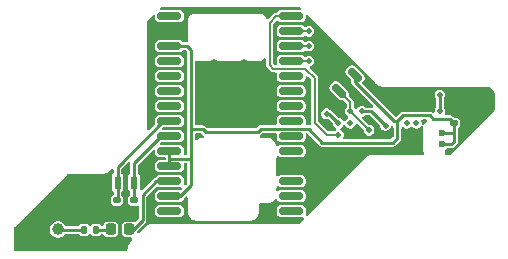
<source format=gbr>
%TF.GenerationSoftware,KiCad,Pcbnew,8.99.0-unknown-0a89236f19~177~ubuntu22.04.1*%
%TF.CreationDate,2024-04-02T18:15:29+10:00*%
%TF.ProjectId,MXBreakout,4d584272-6561-46b6-9f75-742e6b696361,rev?*%
%TF.SameCoordinates,Original*%
%TF.FileFunction,Copper,L1,Top*%
%TF.FilePolarity,Positive*%
%FSLAX46Y46*%
G04 Gerber Fmt 4.6, Leading zero omitted, Abs format (unit mm)*
G04 Created by KiCad (PCBNEW 8.99.0-unknown-0a89236f19~177~ubuntu22.04.1) date 2024-04-02 18:15:29*
%MOMM*%
%LPD*%
G01*
G04 APERTURE LIST*
G04 Aperture macros list*
%AMRoundRect*
0 Rectangle with rounded corners*
0 $1 Rounding radius*
0 $2 $3 $4 $5 $6 $7 $8 $9 X,Y pos of 4 corners*
0 Add a 4 corners polygon primitive as box body*
4,1,4,$2,$3,$4,$5,$6,$7,$8,$9,$2,$3,0*
0 Add four circle primitives for the rounded corners*
1,1,$1+$1,$2,$3*
1,1,$1+$1,$4,$5*
1,1,$1+$1,$6,$7*
1,1,$1+$1,$8,$9*
0 Add four rect primitives between the rounded corners*
20,1,$1+$1,$2,$3,$4,$5,0*
20,1,$1+$1,$4,$5,$6,$7,0*
20,1,$1+$1,$6,$7,$8,$9,0*
20,1,$1+$1,$8,$9,$2,$3,0*%
G04 Aperture macros list end*
%TA.AperFunction,ComponentPad*%
%ADD10C,0.500000*%
%TD*%
%TA.AperFunction,SMDPad,CuDef*%
%ADD11R,0.600000X1.100000*%
%TD*%
%TA.AperFunction,SMDPad,CuDef*%
%ADD12RoundRect,0.135000X0.135000X0.185000X-0.135000X0.185000X-0.135000X-0.185000X0.135000X-0.185000X0*%
%TD*%
%TA.AperFunction,SMDPad,CuDef*%
%ADD13RoundRect,0.140000X0.170000X-0.140000X0.170000X0.140000X-0.170000X0.140000X-0.170000X-0.140000X0*%
%TD*%
%TA.AperFunction,SMDPad,CuDef*%
%ADD14C,1.000000*%
%TD*%
%TA.AperFunction,SMDPad,CuDef*%
%ADD15C,0.500000*%
%TD*%
%TA.AperFunction,SMDPad,CuDef*%
%ADD16RoundRect,0.150000X-0.468458X0.256326X0.256326X-0.468458X0.468458X-0.256326X-0.256326X0.468458X0*%
%TD*%
%TA.AperFunction,SMDPad,CuDef*%
%ADD17RoundRect,0.218750X0.218750X0.256250X-0.218750X0.256250X-0.218750X-0.256250X0.218750X-0.256250X0*%
%TD*%
%TA.AperFunction,SMDPad,CuDef*%
%ADD18RoundRect,0.150000X0.875000X0.150000X-0.875000X0.150000X-0.875000X-0.150000X0.875000X-0.150000X0*%
%TD*%
%TA.AperFunction,SMDPad,CuDef*%
%ADD19RoundRect,0.140000X-0.170000X0.140000X-0.170000X-0.140000X0.170000X-0.140000X0.170000X0.140000X0*%
%TD*%
%TA.AperFunction,ComponentPad*%
%ADD20C,0.600000*%
%TD*%
%TA.AperFunction,ViaPad*%
%ADD21C,0.800000*%
%TD*%
%TA.AperFunction,ViaPad*%
%ADD22C,0.500000*%
%TD*%
%TA.AperFunction,ViaPad*%
%ADD23C,0.600000*%
%TD*%
%TA.AperFunction,Conductor*%
%ADD24C,0.250000*%
%TD*%
%TA.AperFunction,Conductor*%
%ADD25C,0.200000*%
%TD*%
G04 APERTURE END LIST*
D10*
%TO.P,TP3,1,1*%
%TO.N,GND*%
X57000000Y-58000000D03*
%TD*%
D11*
%TO.P,Y1,1,1*%
%TO.N,Net-(U1-X_2)*%
X54300000Y-59025000D03*
%TO.P,Y1,2,2*%
%TO.N,Net-(U1-X_1)*%
X55700000Y-59025000D03*
%TD*%
D10*
%TO.P,TP3,1,1*%
%TO.N,GND*%
X84250000Y-52625000D03*
%TD*%
D12*
%TO.P,R1,1*%
%TO.N,Net-(D1-A)*%
X52487500Y-63025000D03*
%TO.P,R1,2*%
%TO.N,/BATT*%
X51467500Y-63025000D03*
%TD*%
D10*
%TO.P,TP3,1,1*%
%TO.N,GND*%
X85750000Y-52625000D03*
%TD*%
D13*
%TO.P,C2,1*%
%TO.N,GND*%
X54250000Y-61480000D03*
%TO.P,C2,2*%
%TO.N,Net-(U1-X_2)*%
X54250000Y-60520000D03*
%TD*%
D14*
%TO.P,TP1,1,1*%
%TO.N,/BATT*%
X49250000Y-63000000D03*
%TD*%
D15*
%TO.P,TP6,1,1*%
%TO.N,Net-(U10-RST)*%
X75600000Y-54600000D03*
%TD*%
%TO.P,TP15,1,1*%
%TO.N,/SOFT*%
X72000000Y-53200000D03*
%TD*%
D16*
%TO.P,U10,1,GND*%
%TO.N,GND*%
X72796751Y-48303249D03*
%TO.P,U10,2,GND*%
X72125000Y-48975000D03*
%TO.P,U10,3,GND*%
X71453249Y-49646751D03*
%TO.P,U10,4,RST*%
%TO.N,Net-(U10-RST)*%
X73061917Y-51255419D03*
%TO.P,U10,5,3.3V*%
%TO.N,+3.3V*%
X74405419Y-49911917D03*
%TD*%
D13*
%TO.P,C1,1*%
%TO.N,GND*%
X55700000Y-61480000D03*
%TO.P,C1,2*%
%TO.N,Net-(U1-X_1)*%
X55700000Y-60520000D03*
%TD*%
D17*
%TO.P,D1,1,K*%
%TO.N,Net-(D1-K)*%
X55287500Y-63000000D03*
%TO.P,D1,2,A*%
%TO.N,Net-(D1-A)*%
X53712500Y-63000000D03*
%TD*%
D15*
%TO.P,TP13,1,1*%
%TO.N,/POWER*%
X81600000Y-51600000D03*
%TD*%
D10*
%TO.P,TP7,1,1*%
%TO.N,Net-(U10-RST)*%
X74000000Y-53000000D03*
%TD*%
D15*
%TO.P,TP11,1,1*%
%TO.N,/RESET*%
X77000000Y-54200000D03*
%TD*%
D10*
%TO.P,TP5,1,1*%
%TO.N,/DATA3*%
X73000000Y-55000000D03*
%TD*%
D18*
%TO.P,U1,1*%
%TO.N,N/C*%
X69000000Y-61450000D03*
%TO.P,U1,2*%
X69000000Y-60180000D03*
%TO.P,U1,3*%
X69000000Y-58910000D03*
%TO.P,U1,4,GND*%
%TO.N,GND*%
X69000000Y-57640000D03*
%TO.P,U1,5*%
%TO.N,N/C*%
X69000000Y-56370000D03*
%TO.P,U1,6*%
X69000000Y-55100000D03*
%TO.P,U1,7*%
X69000000Y-53830000D03*
%TO.P,U1,8*%
X69000000Y-52560000D03*
%TO.P,U1,9*%
X69000000Y-51290000D03*
%TO.P,U1,10*%
X69000000Y-50020000D03*
%TO.P,U1,11,DATA0*%
%TO.N,/DATA0*%
X69000000Y-48750000D03*
%TO.P,U1,12,DATA1*%
%TO.N,/DATA1*%
X69000000Y-47480000D03*
%TO.P,U1,13,DATA2*%
%TO.N,/DATA2*%
X69000000Y-46210000D03*
%TO.P,U1,14,DATA3*%
%TO.N,/DATA3*%
X69000000Y-44940000D03*
%TO.P,U1,15*%
%TO.N,N/C*%
X58700000Y-44945000D03*
%TO.P,U1,16,GND*%
%TO.N,GND*%
X58700000Y-46215000D03*
%TO.P,U1,17,VDD*%
%TO.N,+3.3V*%
X58700000Y-47485000D03*
%TO.P,U1,18*%
%TO.N,N/C*%
X58700000Y-48755000D03*
%TO.P,U1,19*%
X58700000Y-50025000D03*
%TO.P,U1,20,U22*%
%TO.N,unconnected-(U1-U22-Pad20)*%
X58700000Y-51295000D03*
%TO.P,U1,21*%
%TO.N,N/C*%
X58700000Y-52565000D03*
%TO.P,U1,22,X_2*%
%TO.N,Net-(U1-X_2)*%
X58700000Y-53835000D03*
%TO.P,U1,23,X_1*%
%TO.N,Net-(U1-X_1)*%
X58700000Y-55105000D03*
%TO.P,U1,24,VDD*%
%TO.N,+3.3V*%
X58700000Y-56375000D03*
%TO.P,U1,25,VDD*%
X58700000Y-57645000D03*
%TO.P,U1,26,BATT*%
%TO.N,Net-(D1-K)*%
X58700000Y-58915000D03*
%TO.P,U1,27,VDD*%
%TO.N,+3.3V*%
X58700000Y-60185000D03*
%TO.P,U1,28*%
%TO.N,N/C*%
X58700000Y-61455000D03*
%TD*%
D10*
%TO.P,TP12,1,1*%
%TO.N,/POWER*%
X81600000Y-53000000D03*
%TD*%
D19*
%TO.P,C3,1*%
%TO.N,GND*%
X82800000Y-53040000D03*
%TO.P,C3,2*%
%TO.N,+3.3V*%
X82800000Y-54000000D03*
%TD*%
D20*
%TO.P,REF\u002A\u002A,1*%
%TO.N,GND*%
X46000000Y-64500000D03*
%TD*%
D10*
%TO.P,TP3,1,1*%
%TO.N,/DATA1*%
X79600000Y-54000000D03*
%TD*%
%TO.P,TP2,1,1*%
%TO.N,/DATA0*%
X74000000Y-54000000D03*
%TD*%
%TO.P,TP10,1,1*%
%TO.N,/RESET*%
X75000000Y-53000000D03*
%TD*%
%TO.P,TP4,1,1*%
%TO.N,/DATA2*%
X78800000Y-54000000D03*
%TD*%
%TO.P,TP14,1,1*%
%TO.N,/SOFT*%
X73000000Y-54000000D03*
%TD*%
D21*
%TO.N,GND*%
X72500000Y-56525000D03*
X50000000Y-61525000D03*
X75000000Y-56525000D03*
X52500000Y-61525000D03*
X80000000Y-51525000D03*
X52500000Y-59025000D03*
X50000000Y-59025000D03*
X47500000Y-64025000D03*
X82500000Y-51525000D03*
X72500000Y-59025000D03*
X47500000Y-61525000D03*
X77500000Y-51525000D03*
D22*
%TO.N,/DATA0*%
X70500000Y-48750000D03*
%TO.N,/DATA1*%
X70500000Y-47475000D03*
%TO.N,/DATA2*%
X70500000Y-46210000D03*
D23*
%TO.N,+3.3V*%
X81800000Y-55800000D03*
X81800000Y-54800000D03*
D21*
%TO.N,GND*%
X62500000Y-49025000D03*
X65000000Y-49025000D03*
X65000000Y-51525000D03*
X62500000Y-51525000D03*
X62500000Y-54025000D03*
X65000000Y-54025000D03*
%TD*%
D24*
%TO.N,+3.3V*%
X82800000Y-54800000D02*
X81800000Y-54800000D01*
X81800000Y-55800000D02*
X82550000Y-55800000D01*
X82550000Y-55800000D02*
X82800000Y-55550000D01*
X82800000Y-55550000D02*
X82800000Y-54000000D01*
X78000000Y-53839878D02*
X78000000Y-55250000D01*
X78000000Y-55250000D02*
X77595000Y-55655000D01*
X77595000Y-55655000D02*
X71655000Y-55655000D01*
X71655000Y-55655000D02*
X70475000Y-54475000D01*
X61500000Y-54500000D02*
X60550000Y-54500000D01*
X70475000Y-54475000D02*
X66475305Y-54475000D01*
X66475305Y-54475000D02*
X66200305Y-54750000D01*
X66200305Y-54750000D02*
X61750000Y-54750000D01*
X61750000Y-54750000D02*
X61500000Y-54500000D01*
X60550000Y-47805001D02*
X60550000Y-54500000D01*
X60550000Y-54500000D02*
X60550000Y-56825000D01*
%TO.N,Net-(U1-X_1)*%
X55700000Y-59025000D02*
X55700000Y-60475000D01*
X55700000Y-59025000D02*
X55700000Y-57400000D01*
X55700000Y-57400000D02*
X58000000Y-55100000D01*
X58000000Y-55100000D02*
X59200000Y-55100000D01*
%TO.N,Net-(U1-X_2)*%
X54300000Y-59025000D02*
X54300000Y-57700000D01*
X54300000Y-57700000D02*
X58170000Y-53830000D01*
X54300000Y-59025000D02*
X54300000Y-60495000D01*
X58170000Y-53830000D02*
X59200000Y-53830000D01*
%TO.N,Net-(D1-K)*%
X57590000Y-58910000D02*
X56425000Y-60075000D01*
X56425000Y-60075000D02*
X56425000Y-62175000D01*
X56425000Y-62175000D02*
X55575000Y-63025000D01*
X59200000Y-58910000D02*
X57590000Y-58910000D01*
X55575000Y-63025000D02*
X55250000Y-63025000D01*
%TO.N,Net-(D1-A)*%
X53675000Y-63025000D02*
X52487500Y-63025000D01*
%TO.N,/BATT*%
X51467500Y-63025000D02*
X49250000Y-63025000D01*
D25*
%TO.N,/DATA0*%
X70500000Y-48750000D02*
X68500000Y-48750000D01*
%TO.N,/DATA1*%
X68505000Y-47475000D02*
X68500000Y-47480000D01*
X70500000Y-47475000D02*
X68505000Y-47475000D01*
%TO.N,/DATA2*%
X70500000Y-46210000D02*
X68500000Y-46210000D01*
%TO.N,/DATA3*%
X70200000Y-49400000D02*
X71000000Y-50200000D01*
X67175000Y-45525000D02*
X67175000Y-49090552D01*
X67175000Y-49090552D02*
X67484448Y-49400000D01*
X67760000Y-44940000D02*
X67175000Y-45525000D01*
X67484448Y-49400000D02*
X70200000Y-49400000D01*
X71000000Y-54000000D02*
X72000000Y-55000000D01*
X71000000Y-50200000D02*
X71000000Y-54000000D01*
X72000000Y-55000000D02*
X73000000Y-55000000D01*
X68500000Y-44940000D02*
X67760000Y-44940000D01*
D24*
%TO.N,+3.3V*%
X60550000Y-57025000D02*
X60550000Y-59260908D01*
X60550000Y-59260908D02*
X59630908Y-60180000D01*
X58700000Y-57025000D02*
X58700000Y-57640000D01*
X77739878Y-53839878D02*
X74405419Y-50505419D01*
X58700000Y-56370000D02*
X58700000Y-57025000D01*
X59200000Y-47480000D02*
X60224999Y-47480000D01*
X74405419Y-50505419D02*
X74405419Y-49911917D01*
X60224999Y-47480000D02*
X60550000Y-47805001D01*
X58700000Y-57025000D02*
X60550000Y-57025000D01*
X78000000Y-53839878D02*
X77739878Y-53839878D01*
X60550000Y-56825000D02*
X60550000Y-57025000D01*
X59630908Y-60180000D02*
X59200000Y-60180000D01*
D25*
%TO.N,Net-(U10-RST)*%
X74000000Y-52193502D02*
X74000000Y-53000000D01*
X74000000Y-52193502D02*
X73061917Y-51255419D01*
X74000000Y-53000000D02*
X75600000Y-54600000D01*
D24*
%TO.N,/RESET*%
X75000000Y-53000000D02*
X75800000Y-53000000D01*
X75800000Y-53000000D02*
X77000000Y-54200000D01*
%TO.N,/POWER*%
X81600000Y-51600000D02*
X81600000Y-53000000D01*
%TO.N,/SOFT*%
X72200000Y-53200000D02*
X73000000Y-54000000D01*
X72000000Y-53200000D02*
X72200000Y-53200000D01*
%TO.N,+3.3V*%
X78000000Y-53839878D02*
X78000000Y-53823690D01*
X78000000Y-53823690D02*
X78478690Y-53345000D01*
X78478690Y-53345000D02*
X80720000Y-53345000D01*
X80720000Y-53345000D02*
X81030000Y-53655000D01*
X81030000Y-53655000D02*
X82455000Y-53655000D01*
X82455000Y-53655000D02*
X82800000Y-54000000D01*
%TD*%
%TA.AperFunction,Conductor*%
%TO.N,GND*%
G36*
X55293834Y-57269007D02*
G01*
X55349767Y-57310879D01*
X55374184Y-57376343D01*
X55374500Y-57385189D01*
X55374500Y-58184619D01*
X55354815Y-58251658D01*
X55319392Y-58287720D01*
X55255448Y-58330446D01*
X55211132Y-58396769D01*
X55211131Y-58396770D01*
X55199500Y-58455247D01*
X55199500Y-59594752D01*
X55211131Y-59653229D01*
X55211132Y-59653230D01*
X55238660Y-59694427D01*
X55255448Y-59719552D01*
X55319392Y-59762279D01*
X55364196Y-59815888D01*
X55374500Y-59865379D01*
X55374500Y-60002598D01*
X55354815Y-60069637D01*
X55338181Y-60090279D01*
X55246776Y-60181683D01*
X55196027Y-60290514D01*
X55189500Y-60340097D01*
X55189500Y-60699894D01*
X55189501Y-60699900D01*
X55196028Y-60749487D01*
X55246776Y-60858316D01*
X55331684Y-60943224D01*
X55440513Y-60993972D01*
X55490099Y-61000500D01*
X55909900Y-61000499D01*
X55959317Y-60993994D01*
X56028352Y-61004760D01*
X56080607Y-61051141D01*
X56099500Y-61116933D01*
X56099500Y-61988810D01*
X56079815Y-62055849D01*
X56063181Y-62076491D01*
X55808577Y-62331095D01*
X55747254Y-62364580D01*
X55677562Y-62359596D01*
X55664602Y-62353899D01*
X55637417Y-62340047D01*
X55539251Y-62324500D01*
X55539246Y-62324500D01*
X55035754Y-62324500D01*
X55035749Y-62324500D01*
X54937582Y-62340047D01*
X54889435Y-62364580D01*
X54819249Y-62400342D01*
X54819248Y-62400343D01*
X54819243Y-62400346D01*
X54725346Y-62494243D01*
X54725343Y-62494248D01*
X54725342Y-62494249D01*
X54720532Y-62503690D01*
X54665047Y-62612582D01*
X54649500Y-62710748D01*
X54649500Y-63289251D01*
X54665047Y-63387417D01*
X54673527Y-63404059D01*
X54725342Y-63505751D01*
X54725344Y-63505753D01*
X54725346Y-63505756D01*
X54819243Y-63599653D01*
X54819245Y-63599654D01*
X54819249Y-63599658D01*
X54937580Y-63659951D01*
X54937581Y-63659951D01*
X54937583Y-63659952D01*
X54937582Y-63659952D01*
X55035749Y-63675500D01*
X55445876Y-63675500D01*
X55512915Y-63695185D01*
X55558670Y-63747989D01*
X55568614Y-63817147D01*
X55539589Y-63880703D01*
X55533557Y-63887181D01*
X55405635Y-64015103D01*
X55405617Y-64015112D01*
X55317043Y-64103689D01*
X55317038Y-64103696D01*
X55234910Y-64226614D01*
X55178339Y-64363194D01*
X55149499Y-64508193D01*
X55149500Y-64555831D01*
X55149500Y-64590244D01*
X55147973Y-64609642D01*
X55140361Y-64657702D01*
X55128372Y-64694600D01*
X55110766Y-64729153D01*
X55087963Y-64760538D01*
X55060538Y-64787963D01*
X55029153Y-64810766D01*
X54994600Y-64828372D01*
X54957702Y-64840361D01*
X54922884Y-64845875D01*
X54909640Y-64847973D01*
X54890244Y-64849500D01*
X45759756Y-64849500D01*
X45740359Y-64847973D01*
X45692297Y-64840361D01*
X45655400Y-64828372D01*
X45620845Y-64810765D01*
X45589461Y-64787963D01*
X45562036Y-64760538D01*
X45539235Y-64729156D01*
X45521625Y-64694595D01*
X45509639Y-64657706D01*
X45502025Y-64609631D01*
X45500500Y-64590244D01*
X45500500Y-63000000D01*
X48544355Y-63000000D01*
X48564859Y-63168869D01*
X48564860Y-63168874D01*
X48625182Y-63327931D01*
X48687475Y-63418177D01*
X48721817Y-63467929D01*
X48802117Y-63539068D01*
X48849150Y-63580736D01*
X48999773Y-63659789D01*
X48999775Y-63659790D01*
X49164944Y-63700500D01*
X49335056Y-63700500D01*
X49500225Y-63659790D01*
X49614800Y-63599656D01*
X49650849Y-63580736D01*
X49650850Y-63580734D01*
X49650852Y-63580734D01*
X49778183Y-63467929D01*
X49822270Y-63404057D01*
X49876552Y-63360069D01*
X49924319Y-63350500D01*
X50950441Y-63350500D01*
X51017480Y-63370185D01*
X51052016Y-63403377D01*
X51053434Y-63405402D01*
X51053435Y-63405404D01*
X51137096Y-63489065D01*
X51244327Y-63539068D01*
X51293183Y-63545500D01*
X51293184Y-63545500D01*
X51641817Y-63545500D01*
X51658101Y-63543356D01*
X51690673Y-63539068D01*
X51797904Y-63489065D01*
X51881565Y-63405404D01*
X51881565Y-63405403D01*
X51889236Y-63397733D01*
X51892064Y-63400561D01*
X51930477Y-63369843D01*
X51999974Y-63362635D01*
X52062335Y-63394143D01*
X52065593Y-63397903D01*
X52065764Y-63397733D01*
X52073435Y-63405404D01*
X52157096Y-63489065D01*
X52264327Y-63539068D01*
X52313183Y-63545500D01*
X52313184Y-63545500D01*
X52661817Y-63545500D01*
X52678101Y-63543356D01*
X52710673Y-63539068D01*
X52817904Y-63489065D01*
X52901565Y-63405404D01*
X52901565Y-63405403D01*
X52909236Y-63397733D01*
X52911479Y-63399976D01*
X52952157Y-63367452D01*
X53021654Y-63360249D01*
X53084014Y-63391763D01*
X53109653Y-63425895D01*
X53150342Y-63505751D01*
X53150344Y-63505753D01*
X53150346Y-63505756D01*
X53244243Y-63599653D01*
X53244245Y-63599654D01*
X53244249Y-63599658D01*
X53362580Y-63659951D01*
X53362581Y-63659951D01*
X53362583Y-63659952D01*
X53362582Y-63659952D01*
X53460749Y-63675500D01*
X53460754Y-63675500D01*
X53964251Y-63675500D01*
X54062417Y-63659952D01*
X54062418Y-63659951D01*
X54062420Y-63659951D01*
X54180751Y-63599658D01*
X54274658Y-63505751D01*
X54334951Y-63387420D01*
X54334951Y-63387418D01*
X54334952Y-63387417D01*
X54350500Y-63289251D01*
X54350500Y-62710748D01*
X54334952Y-62612582D01*
X54308636Y-62560935D01*
X54274658Y-62494249D01*
X54274654Y-62494245D01*
X54274653Y-62494243D01*
X54180756Y-62400346D01*
X54180753Y-62400344D01*
X54180751Y-62400342D01*
X54062420Y-62340049D01*
X54062419Y-62340048D01*
X54062416Y-62340047D01*
X54062417Y-62340047D01*
X53964251Y-62324500D01*
X53964246Y-62324500D01*
X53460754Y-62324500D01*
X53460749Y-62324500D01*
X53362582Y-62340047D01*
X53314435Y-62364580D01*
X53244249Y-62400342D01*
X53244248Y-62400343D01*
X53244243Y-62400346D01*
X53150346Y-62494243D01*
X53150341Y-62494250D01*
X53093103Y-62606584D01*
X53045128Y-62657379D01*
X52977307Y-62674174D01*
X52911172Y-62651636D01*
X52894938Y-62637969D01*
X52817904Y-62560935D01*
X52801625Y-62553344D01*
X52710673Y-62510932D01*
X52710671Y-62510931D01*
X52710672Y-62510931D01*
X52661817Y-62504500D01*
X52661816Y-62504500D01*
X52313184Y-62504500D01*
X52313183Y-62504500D01*
X52264328Y-62510931D01*
X52157095Y-62560935D01*
X52065764Y-62652267D01*
X52062940Y-62649443D01*
X52024458Y-62680183D01*
X51954958Y-62687352D01*
X51892614Y-62655808D01*
X51889401Y-62652101D01*
X51889236Y-62652267D01*
X51797904Y-62560935D01*
X51781625Y-62553344D01*
X51690673Y-62510932D01*
X51690671Y-62510931D01*
X51690672Y-62510931D01*
X51641817Y-62504500D01*
X51641816Y-62504500D01*
X51293184Y-62504500D01*
X51293183Y-62504500D01*
X51244328Y-62510931D01*
X51137095Y-62560935D01*
X51053436Y-62644594D01*
X51052016Y-62646623D01*
X51048986Y-62649044D01*
X51045764Y-62652267D01*
X51045404Y-62651907D01*
X50997439Y-62690248D01*
X50950441Y-62699500D01*
X49958832Y-62699500D01*
X49891793Y-62679815D01*
X49856782Y-62645941D01*
X49855854Y-62644596D01*
X49778183Y-62532071D01*
X49650852Y-62419266D01*
X49650849Y-62419263D01*
X49500226Y-62340210D01*
X49335056Y-62299500D01*
X49164944Y-62299500D01*
X48999773Y-62340210D01*
X48849150Y-62419263D01*
X48721816Y-62532072D01*
X48625182Y-62672068D01*
X48564860Y-62831125D01*
X48564859Y-62831130D01*
X48544355Y-63000000D01*
X45500500Y-63000000D01*
X45500500Y-62990227D01*
X45501561Y-62974043D01*
X45501925Y-62971275D01*
X45506870Y-62933710D01*
X45515244Y-62902454D01*
X45527681Y-62872426D01*
X45543856Y-62844408D01*
X45568612Y-62812144D01*
X45579286Y-62799973D01*
X50024942Y-58354317D01*
X50037124Y-58343633D01*
X50069407Y-58318863D01*
X50097434Y-58302683D01*
X50127449Y-58290250D01*
X50158710Y-58281874D01*
X50199090Y-58276559D01*
X50215267Y-58275500D01*
X53107147Y-58275500D01*
X53107181Y-58275495D01*
X53116807Y-58275496D01*
X53261803Y-58246656D01*
X53398386Y-58190084D01*
X53521307Y-58107952D01*
X53521310Y-58107949D01*
X53521315Y-58107945D01*
X53538343Y-58090917D01*
X53538344Y-58090917D01*
X53762820Y-57866440D01*
X53824142Y-57832956D01*
X53893833Y-57837940D01*
X53949767Y-57879811D01*
X53974184Y-57945276D01*
X53974500Y-57954122D01*
X53974500Y-58184619D01*
X53954815Y-58251658D01*
X53919392Y-58287720D01*
X53855448Y-58330446D01*
X53811132Y-58396769D01*
X53811131Y-58396770D01*
X53799500Y-58455247D01*
X53799500Y-59594752D01*
X53811131Y-59653229D01*
X53811132Y-59653230D01*
X53838660Y-59694427D01*
X53855448Y-59719552D01*
X53919392Y-59762279D01*
X53964196Y-59815888D01*
X53974500Y-59865379D01*
X53974500Y-59974498D01*
X53954815Y-60041537D01*
X53902907Y-60086879D01*
X53881684Y-60096775D01*
X53796776Y-60181683D01*
X53746027Y-60290514D01*
X53739500Y-60340097D01*
X53739500Y-60699894D01*
X53739501Y-60699900D01*
X53746028Y-60749487D01*
X53796776Y-60858316D01*
X53881684Y-60943224D01*
X53990513Y-60993972D01*
X54040099Y-61000500D01*
X54459900Y-61000499D01*
X54509487Y-60993972D01*
X54618316Y-60943224D01*
X54703224Y-60858316D01*
X54753972Y-60749487D01*
X54760500Y-60699901D01*
X54760499Y-60340100D01*
X54753972Y-60290513D01*
X54703224Y-60181684D01*
X54661819Y-60140279D01*
X54628334Y-60078956D01*
X54625500Y-60052598D01*
X54625500Y-59865379D01*
X54645185Y-59798340D01*
X54680606Y-59762280D01*
X54744552Y-59719552D01*
X54788867Y-59653231D01*
X54788867Y-59653229D01*
X54788868Y-59653229D01*
X54800499Y-59594752D01*
X54800500Y-59594750D01*
X54800500Y-58455249D01*
X54800499Y-58455247D01*
X54788868Y-58396770D01*
X54788867Y-58396769D01*
X54744551Y-58330446D01*
X54680608Y-58287720D01*
X54635804Y-58234108D01*
X54625500Y-58184619D01*
X54625500Y-57886189D01*
X54645185Y-57819150D01*
X54661819Y-57798508D01*
X55162819Y-57297508D01*
X55224142Y-57264023D01*
X55293834Y-57269007D01*
G37*
%TD.AperFunction*%
%TA.AperFunction,Conductor*%
G36*
X80110447Y-54209555D02*
G01*
X80169221Y-54247335D01*
X80198240Y-54310894D01*
X80199500Y-54328529D01*
X80199500Y-56356399D01*
X80224596Y-56466350D01*
X80239211Y-56496698D01*
X80250563Y-56565639D01*
X80222841Y-56629774D01*
X80164846Y-56668740D01*
X80127491Y-56674500D01*
X75796463Y-56674500D01*
X75796417Y-56674504D01*
X75783193Y-56674504D01*
X75746944Y-56681714D01*
X75638194Y-56703344D01*
X75501615Y-56759915D01*
X75378691Y-56842048D01*
X75368722Y-56852017D01*
X70428034Y-61792704D01*
X70366711Y-61826189D01*
X70297019Y-61821205D01*
X70241086Y-61779333D01*
X70216669Y-61713869D01*
X70217649Y-61687145D01*
X70225500Y-61633260D01*
X70225500Y-61266739D01*
X70216302Y-61203608D01*
X70215573Y-61198607D01*
X70164198Y-61093517D01*
X70164196Y-61093515D01*
X70164196Y-61093514D01*
X70081485Y-61010803D01*
X69976391Y-60959426D01*
X69908261Y-60949500D01*
X69908260Y-60949500D01*
X68091740Y-60949500D01*
X68091739Y-60949500D01*
X68023608Y-60959426D01*
X67918514Y-61010803D01*
X67835803Y-61093514D01*
X67784426Y-61198608D01*
X67774500Y-61266739D01*
X67774500Y-61633260D01*
X67784426Y-61701391D01*
X67835803Y-61806485D01*
X67918514Y-61889196D01*
X67918515Y-61889196D01*
X67918517Y-61889198D01*
X68023607Y-61940573D01*
X68057673Y-61945536D01*
X68091739Y-61950500D01*
X68091740Y-61950500D01*
X69908261Y-61950500D01*
X69962145Y-61942649D01*
X70031322Y-61952462D01*
X70084212Y-61998117D01*
X70104023Y-62065119D01*
X70084464Y-62132196D01*
X70067704Y-62153034D01*
X69775064Y-62445674D01*
X69762869Y-62456369D01*
X69730597Y-62481132D01*
X69702561Y-62497318D01*
X69672550Y-62509748D01*
X69641284Y-62518125D01*
X69600917Y-62523439D01*
X69584733Y-62524500D01*
X57146463Y-62524500D01*
X57146417Y-62524504D01*
X57133193Y-62524504D01*
X57096944Y-62531714D01*
X56988194Y-62553344D01*
X56851615Y-62609915D01*
X56728691Y-62692048D01*
X56718722Y-62702017D01*
X56137181Y-63283557D01*
X56075858Y-63317042D01*
X56006166Y-63312058D01*
X55950233Y-63270186D01*
X55925816Y-63204722D01*
X55925500Y-63195876D01*
X55925500Y-63186187D01*
X55945185Y-63119148D01*
X55961815Y-63098510D01*
X56614652Y-62445672D01*
X56614657Y-62445669D01*
X56624860Y-62435465D01*
X56624862Y-62435465D01*
X56685465Y-62374862D01*
X56728318Y-62300638D01*
X56728623Y-62299500D01*
X56750501Y-62217852D01*
X56750501Y-62132147D01*
X56750501Y-62124552D01*
X56750500Y-62124534D01*
X56750500Y-61638260D01*
X57474500Y-61638260D01*
X57484426Y-61706391D01*
X57535803Y-61811485D01*
X57618514Y-61894196D01*
X57618515Y-61894196D01*
X57618517Y-61894198D01*
X57723607Y-61945573D01*
X57757423Y-61950500D01*
X57791739Y-61955500D01*
X57791740Y-61955500D01*
X59608261Y-61955500D01*
X59642577Y-61950500D01*
X59676393Y-61945573D01*
X59781483Y-61894198D01*
X59864198Y-61811483D01*
X59915573Y-61706393D01*
X59925500Y-61638260D01*
X59925500Y-61271740D01*
X59924771Y-61266740D01*
X59915573Y-61203608D01*
X59913129Y-61198608D01*
X59864198Y-61098517D01*
X59864196Y-61098515D01*
X59864196Y-61098514D01*
X59781485Y-61015803D01*
X59676391Y-60964426D01*
X59608261Y-60954500D01*
X59608260Y-60954500D01*
X57791740Y-60954500D01*
X57791739Y-60954500D01*
X57723608Y-60964426D01*
X57618514Y-61015803D01*
X57535803Y-61098514D01*
X57484426Y-61203608D01*
X57474500Y-61271739D01*
X57474500Y-61638260D01*
X56750500Y-61638260D01*
X56750500Y-60261187D01*
X56770185Y-60194148D01*
X56786815Y-60173510D01*
X57547594Y-59412730D01*
X57608915Y-59379247D01*
X57678606Y-59384231D01*
X57689716Y-59389004D01*
X57723607Y-59405573D01*
X57757423Y-59410500D01*
X57791739Y-59415500D01*
X57791740Y-59415500D01*
X59608258Y-59415500D01*
X59608260Y-59415500D01*
X59620989Y-59413645D01*
X59690165Y-59423457D01*
X59743056Y-59469111D01*
X59762868Y-59536113D01*
X59743311Y-59603190D01*
X59726549Y-59624030D01*
X59702265Y-59648314D01*
X59640942Y-59681799D01*
X59612747Y-59683803D01*
X59612747Y-59684500D01*
X57791739Y-59684500D01*
X57723608Y-59694426D01*
X57618514Y-59745803D01*
X57535803Y-59828514D01*
X57484426Y-59933608D01*
X57474500Y-60001739D01*
X57474500Y-60368260D01*
X57484426Y-60436391D01*
X57535803Y-60541485D01*
X57618514Y-60624196D01*
X57618515Y-60624196D01*
X57618517Y-60624198D01*
X57723607Y-60675573D01*
X57757423Y-60680500D01*
X57791739Y-60685500D01*
X57791740Y-60685500D01*
X59608261Y-60685500D01*
X59642577Y-60680500D01*
X59676393Y-60675573D01*
X59781483Y-60624198D01*
X59864198Y-60541483D01*
X59915573Y-60436393D01*
X59923410Y-60382602D01*
X59952554Y-60319104D01*
X59958420Y-60312814D01*
X60037820Y-60233414D01*
X60099142Y-60199930D01*
X60168834Y-60204914D01*
X60224767Y-60246786D01*
X60249184Y-60312250D01*
X60249500Y-60321096D01*
X60249500Y-61455830D01*
X60249500Y-61500000D01*
X60249500Y-61573918D01*
X60249500Y-61573920D01*
X60249499Y-61573920D01*
X60278340Y-61718907D01*
X60278343Y-61718917D01*
X60334912Y-61855488D01*
X60334919Y-61855501D01*
X60417048Y-61978415D01*
X60417051Y-61978419D01*
X60521580Y-62082948D01*
X60521584Y-62082951D01*
X60644498Y-62165080D01*
X60644511Y-62165087D01*
X60771898Y-62217852D01*
X60781087Y-62221658D01*
X60781091Y-62221658D01*
X60781092Y-62221659D01*
X60926079Y-62250500D01*
X60926082Y-62250500D01*
X65573920Y-62250500D01*
X65671462Y-62231096D01*
X65718913Y-62221658D01*
X65855495Y-62165084D01*
X65978416Y-62082951D01*
X66082951Y-61978416D01*
X66165084Y-61855495D01*
X66221658Y-61718913D01*
X66250500Y-61573918D01*
X66250500Y-61500000D01*
X66250500Y-61455830D01*
X66250500Y-61009755D01*
X66252025Y-60990369D01*
X66259639Y-60942291D01*
X66271624Y-60905406D01*
X66289237Y-60870840D01*
X66312033Y-60839464D01*
X66339464Y-60812033D01*
X66370840Y-60789237D01*
X66405406Y-60771624D01*
X66442291Y-60759639D01*
X66490368Y-60752025D01*
X66509756Y-60750500D01*
X67073920Y-60750500D01*
X67171462Y-60731096D01*
X67218913Y-60721658D01*
X67355495Y-60665084D01*
X67478416Y-60582951D01*
X67582951Y-60478416D01*
X67592775Y-60463712D01*
X67646384Y-60418906D01*
X67715709Y-60410196D01*
X67778738Y-60440348D01*
X67807279Y-60478140D01*
X67835800Y-60536482D01*
X67918514Y-60619196D01*
X67918515Y-60619196D01*
X67918517Y-60619198D01*
X68023607Y-60670573D01*
X68057673Y-60675536D01*
X68091739Y-60680500D01*
X68091740Y-60680500D01*
X69908261Y-60680500D01*
X69930971Y-60677191D01*
X69976393Y-60670573D01*
X70081483Y-60619198D01*
X70164198Y-60536483D01*
X70215573Y-60431393D01*
X70225500Y-60363260D01*
X70225500Y-59996740D01*
X70215573Y-59928607D01*
X70164198Y-59823517D01*
X70164196Y-59823515D01*
X70164196Y-59823514D01*
X70081485Y-59740803D01*
X69976391Y-59689426D01*
X69908261Y-59679500D01*
X69908260Y-59679500D01*
X68091740Y-59679500D01*
X68091739Y-59679500D01*
X68023608Y-59689426D01*
X67928960Y-59735697D01*
X67860087Y-59747456D01*
X67795790Y-59720112D01*
X67756483Y-59662348D01*
X67750500Y-59624296D01*
X67750500Y-59465703D01*
X67770185Y-59398664D01*
X67822989Y-59352909D01*
X67892147Y-59342965D01*
X67928956Y-59354301D01*
X68019702Y-59398664D01*
X68023607Y-59400573D01*
X68091739Y-59410500D01*
X68091740Y-59410500D01*
X69908261Y-59410500D01*
X69930971Y-59407191D01*
X69976393Y-59400573D01*
X70081483Y-59349198D01*
X70164198Y-59266483D01*
X70215573Y-59161393D01*
X70225500Y-59093260D01*
X70225500Y-58726740D01*
X70215573Y-58658607D01*
X70164198Y-58553517D01*
X70164196Y-58553515D01*
X70164196Y-58553514D01*
X70081485Y-58470803D01*
X70049664Y-58455247D01*
X69976393Y-58419427D01*
X69976391Y-58419426D01*
X69908261Y-58409500D01*
X69908260Y-58409500D01*
X68091740Y-58409500D01*
X68091739Y-58409500D01*
X68023608Y-58419426D01*
X67960839Y-58450112D01*
X67950332Y-58455249D01*
X67928960Y-58465697D01*
X67860087Y-58477456D01*
X67795790Y-58450112D01*
X67756483Y-58392348D01*
X67750500Y-58354296D01*
X67750500Y-56925703D01*
X67770185Y-56858664D01*
X67822989Y-56812909D01*
X67892147Y-56802965D01*
X67928956Y-56814301D01*
X68019702Y-56858664D01*
X68023607Y-56860573D01*
X68091739Y-56870500D01*
X68091740Y-56870500D01*
X69908261Y-56870500D01*
X69930971Y-56867191D01*
X69976393Y-56860573D01*
X70081483Y-56809198D01*
X70164198Y-56726483D01*
X70215573Y-56621393D01*
X70225500Y-56553260D01*
X70225500Y-56186740D01*
X70215573Y-56118607D01*
X70164198Y-56013517D01*
X70164196Y-56013515D01*
X70164196Y-56013514D01*
X70081485Y-55930803D01*
X69976391Y-55879426D01*
X69908261Y-55869500D01*
X69908260Y-55869500D01*
X68091740Y-55869500D01*
X68091739Y-55869500D01*
X68023607Y-55879426D01*
X68023606Y-55879426D01*
X67910907Y-55934521D01*
X67842034Y-55946279D01*
X67777737Y-55918936D01*
X67738431Y-55861171D01*
X67734831Y-55847311D01*
X67721659Y-55781094D01*
X67721658Y-55781087D01*
X67721656Y-55781082D01*
X67665087Y-55644511D01*
X67665080Y-55644498D01*
X67642162Y-55610199D01*
X67637436Y-55595107D01*
X67631292Y-55591383D01*
X67619735Y-55576634D01*
X67582954Y-55521588D01*
X67582948Y-55521580D01*
X67478419Y-55417051D01*
X67478415Y-55417048D01*
X67355501Y-55334919D01*
X67355488Y-55334912D01*
X67218917Y-55278343D01*
X67218907Y-55278340D01*
X67073920Y-55249500D01*
X67073918Y-55249500D01*
X67049828Y-55249500D01*
X66448921Y-55249500D01*
X66381882Y-55229815D01*
X66336127Y-55177011D01*
X66326183Y-55107853D01*
X66355208Y-55044297D01*
X66386919Y-55018114D01*
X66390384Y-55016112D01*
X66400167Y-55010465D01*
X66573813Y-54836817D01*
X66635134Y-54803334D01*
X66661493Y-54800500D01*
X67650500Y-54800500D01*
X67717539Y-54820185D01*
X67763294Y-54872989D01*
X67774500Y-54924500D01*
X67774500Y-55283260D01*
X67784426Y-55351391D01*
X67834238Y-55453284D01*
X67834574Y-55455256D01*
X67918514Y-55539196D01*
X67918515Y-55539196D01*
X67918517Y-55539198D01*
X68023607Y-55590573D01*
X68039242Y-55592851D01*
X68091739Y-55600500D01*
X68091740Y-55600500D01*
X69908261Y-55600500D01*
X69930971Y-55597191D01*
X69976393Y-55590573D01*
X70081483Y-55539198D01*
X70164198Y-55456483D01*
X70215573Y-55351393D01*
X70225500Y-55283260D01*
X70225500Y-54985189D01*
X70245185Y-54918150D01*
X70297989Y-54872395D01*
X70367147Y-54862451D01*
X70430703Y-54891476D01*
X70437181Y-54897508D01*
X71455138Y-55915465D01*
X71529361Y-55958318D01*
X71612147Y-55980500D01*
X71612149Y-55980500D01*
X77637851Y-55980500D01*
X77637853Y-55980500D01*
X77720639Y-55958318D01*
X77794862Y-55915465D01*
X78260465Y-55449862D01*
X78280965Y-55414354D01*
X78303318Y-55375638D01*
X78325500Y-55292853D01*
X78325500Y-54460091D01*
X78345185Y-54393052D01*
X78397989Y-54347297D01*
X78467147Y-54337353D01*
X78515579Y-54357756D01*
X78516348Y-54356425D01*
X78523386Y-54360488D01*
X78523387Y-54360489D01*
X78552899Y-54377528D01*
X78562878Y-54383289D01*
X78567918Y-54386361D01*
X78610930Y-54414004D01*
X78612226Y-54414595D01*
X78621171Y-54417751D01*
X78626107Y-54419795D01*
X78626114Y-54419799D01*
X78674940Y-54432881D01*
X78676778Y-54433374D01*
X78679580Y-54434160D01*
X78735228Y-54450500D01*
X78864772Y-54450500D01*
X78920426Y-54434157D01*
X78923243Y-54433368D01*
X78973886Y-54419799D01*
X78973892Y-54419795D01*
X78978821Y-54417754D01*
X78987768Y-54414597D01*
X78989062Y-54414005D01*
X78989069Y-54414004D01*
X79032114Y-54386339D01*
X79037086Y-54383309D01*
X79076613Y-54360489D01*
X79076618Y-54360483D01*
X79083068Y-54355536D01*
X79083111Y-54355593D01*
X79095525Y-54345588D01*
X79098049Y-54343967D01*
X79106284Y-54334463D01*
X79165061Y-54296686D01*
X79234930Y-54296684D01*
X79293709Y-54334455D01*
X79301951Y-54343967D01*
X79304485Y-54345595D01*
X79316897Y-54355598D01*
X79316941Y-54355542D01*
X79323381Y-54360483D01*
X79323387Y-54360489D01*
X79362871Y-54383285D01*
X79362878Y-54383289D01*
X79367918Y-54386361D01*
X79410930Y-54414004D01*
X79412226Y-54414595D01*
X79421171Y-54417751D01*
X79426107Y-54419795D01*
X79426114Y-54419799D01*
X79474940Y-54432881D01*
X79476778Y-54433374D01*
X79479580Y-54434160D01*
X79535228Y-54450500D01*
X79664772Y-54450500D01*
X79720426Y-54434157D01*
X79723243Y-54433368D01*
X79773886Y-54419799D01*
X79773892Y-54419795D01*
X79778821Y-54417754D01*
X79787768Y-54414597D01*
X79789062Y-54414005D01*
X79789069Y-54414004D01*
X79832114Y-54386339D01*
X79837086Y-54383309D01*
X79876613Y-54360489D01*
X79876618Y-54360483D01*
X79883068Y-54355536D01*
X79883111Y-54355593D01*
X79895525Y-54345588D01*
X79898049Y-54343967D01*
X79927054Y-54310491D01*
X79933060Y-54304040D01*
X79960489Y-54276613D01*
X79962708Y-54272767D01*
X79976391Y-54253553D01*
X79981795Y-54247316D01*
X80040577Y-54209548D01*
X80110447Y-54209555D01*
G37*
%TD.AperFunction*%
%TA.AperFunction,Conductor*%
G36*
X57393834Y-56269006D02*
G01*
X57449767Y-56310878D01*
X57474184Y-56376342D01*
X57474500Y-56385188D01*
X57474500Y-56558260D01*
X57484426Y-56626391D01*
X57535803Y-56731485D01*
X57618514Y-56814196D01*
X57618515Y-56814196D01*
X57618517Y-56814198D01*
X57723607Y-56865573D01*
X57757423Y-56870500D01*
X57791739Y-56875500D01*
X57791740Y-56875500D01*
X58250500Y-56875500D01*
X58317539Y-56895185D01*
X58363294Y-56947989D01*
X58374500Y-56999500D01*
X58374500Y-57020500D01*
X58354815Y-57087539D01*
X58302011Y-57133294D01*
X58250500Y-57144500D01*
X57791739Y-57144500D01*
X57723608Y-57154426D01*
X57618514Y-57205803D01*
X57535803Y-57288514D01*
X57484426Y-57393608D01*
X57474500Y-57461739D01*
X57474500Y-57828260D01*
X57484426Y-57896391D01*
X57535803Y-58001485D01*
X57618514Y-58084196D01*
X57618515Y-58084196D01*
X57618517Y-58084198D01*
X57723607Y-58135573D01*
X57757673Y-58140536D01*
X57791739Y-58145500D01*
X57791740Y-58145500D01*
X59608261Y-58145500D01*
X59630971Y-58142191D01*
X59676393Y-58135573D01*
X59781483Y-58084198D01*
X59864198Y-58001483D01*
X59915573Y-57896393D01*
X59925500Y-57828260D01*
X59925500Y-57474500D01*
X59945185Y-57407461D01*
X59997989Y-57361706D01*
X60049500Y-57350500D01*
X60100500Y-57350500D01*
X60167539Y-57370185D01*
X60213294Y-57422989D01*
X60224500Y-57474500D01*
X60224500Y-59074718D01*
X60204815Y-59141757D01*
X60188181Y-59162399D01*
X60134030Y-59216550D01*
X60072707Y-59250035D01*
X60003015Y-59245051D01*
X59947082Y-59203179D01*
X59922665Y-59137715D01*
X59923645Y-59110990D01*
X59925500Y-59098259D01*
X59925500Y-58731739D01*
X59915573Y-58663608D01*
X59913129Y-58658608D01*
X59864198Y-58558517D01*
X59864196Y-58558515D01*
X59864196Y-58558514D01*
X59781485Y-58475803D01*
X59676391Y-58424426D01*
X59608261Y-58414500D01*
X59608260Y-58414500D01*
X57791740Y-58414500D01*
X57791739Y-58414500D01*
X57723608Y-58424426D01*
X57618514Y-58475803D01*
X57528536Y-58565782D01*
X57527580Y-58564826D01*
X57481046Y-58601323D01*
X57467210Y-58605918D01*
X57464363Y-58606680D01*
X57464361Y-58606681D01*
X57440834Y-58620265D01*
X57427250Y-58628108D01*
X57390138Y-58649535D01*
X57390135Y-58649537D01*
X56412181Y-59627492D01*
X56350858Y-59660977D01*
X56281166Y-59655993D01*
X56225233Y-59614121D01*
X56200816Y-59548657D01*
X56200500Y-59539811D01*
X56200500Y-58455249D01*
X56200499Y-58455247D01*
X56188868Y-58396770D01*
X56188867Y-58396769D01*
X56144551Y-58330446D01*
X56080608Y-58287720D01*
X56035804Y-58234108D01*
X56025500Y-58184619D01*
X56025500Y-57586188D01*
X56045185Y-57519149D01*
X56061814Y-57498512D01*
X57262819Y-56297506D01*
X57324142Y-56264022D01*
X57393834Y-56269006D01*
G37*
%TD.AperFunction*%
%TA.AperFunction,Conductor*%
G36*
X69650956Y-44176560D02*
G01*
X69691287Y-44181870D01*
X69722552Y-44190247D01*
X69748364Y-44200938D01*
X69802769Y-44244778D01*
X69824835Y-44311071D01*
X69807557Y-44378771D01*
X69756421Y-44426383D01*
X69700914Y-44439500D01*
X68091739Y-44439500D01*
X68023608Y-44449426D01*
X67918514Y-44500803D01*
X67835805Y-44583512D01*
X67832923Y-44587550D01*
X67777949Y-44630674D01*
X67732003Y-44639500D01*
X67720438Y-44639500D01*
X67689867Y-44647691D01*
X67644008Y-44659979D01*
X67644007Y-44659980D01*
X67594427Y-44688606D01*
X67594426Y-44688607D01*
X67575490Y-44699539D01*
X67575487Y-44699541D01*
X67089770Y-45185258D01*
X67028447Y-45218743D01*
X66958755Y-45213759D01*
X66902822Y-45171887D01*
X66882315Y-45129670D01*
X66862797Y-45056826D01*
X66796919Y-44942711D01*
X66703754Y-44849530D01*
X66589648Y-44783634D01*
X66589647Y-44783633D01*
X66589646Y-44783633D01*
X66589645Y-44783632D01*
X66462381Y-44749512D01*
X66462380Y-44749511D01*
X66462377Y-44749511D01*
X66462348Y-44749510D01*
X66458130Y-44749510D01*
X66458021Y-44749500D01*
X66446275Y-44749500D01*
X66396494Y-44749500D01*
X66396295Y-44749499D01*
X66341558Y-44749490D01*
X66341444Y-44749500D01*
X60693600Y-44749500D01*
X60583649Y-44774596D01*
X60482033Y-44823532D01*
X60482030Y-44823533D01*
X60393854Y-44893854D01*
X60323533Y-44982030D01*
X60323532Y-44982033D01*
X60274596Y-45083649D01*
X60249500Y-45193600D01*
X60249500Y-46841444D01*
X60249490Y-46841558D01*
X60249490Y-46845116D01*
X60249459Y-46845221D01*
X60249476Y-46946159D01*
X60251829Y-46957958D01*
X60252034Y-46958633D01*
X60261522Y-47006286D01*
X60255307Y-47075879D01*
X60212455Y-47131064D01*
X60146569Y-47154321D01*
X60139909Y-47154500D01*
X59941544Y-47154500D01*
X59874505Y-47134815D01*
X59853863Y-47118181D01*
X59781485Y-47045803D01*
X59676391Y-46994426D01*
X59608261Y-46984500D01*
X59608260Y-46984500D01*
X57791740Y-46984500D01*
X57791739Y-46984500D01*
X57723608Y-46994426D01*
X57618514Y-47045803D01*
X57535803Y-47128514D01*
X57484426Y-47233608D01*
X57474500Y-47301739D01*
X57474500Y-47668260D01*
X57484426Y-47736391D01*
X57535803Y-47841485D01*
X57618514Y-47924196D01*
X57618515Y-47924196D01*
X57618517Y-47924198D01*
X57723607Y-47975573D01*
X57757423Y-47980500D01*
X57791739Y-47985500D01*
X57791740Y-47985500D01*
X59608261Y-47985500D01*
X59642577Y-47980500D01*
X59676393Y-47975573D01*
X59781483Y-47924198D01*
X59816677Y-47889004D01*
X59863863Y-47841819D01*
X59925186Y-47808334D01*
X59951544Y-47805500D01*
X60038809Y-47805500D01*
X60105848Y-47825185D01*
X60126490Y-47841818D01*
X60188181Y-47903508D01*
X60221666Y-47964831D01*
X60224500Y-47991190D01*
X60224500Y-56575500D01*
X60204815Y-56642539D01*
X60152011Y-56688294D01*
X60100500Y-56699500D01*
X60048297Y-56699500D01*
X59981258Y-56679815D01*
X59935503Y-56627011D01*
X59926271Y-56562810D01*
X59925176Y-56562731D01*
X59925500Y-56558262D01*
X59925500Y-56191739D01*
X59915573Y-56123608D01*
X59913129Y-56118608D01*
X59864198Y-56018517D01*
X59864196Y-56018515D01*
X59864196Y-56018514D01*
X59781485Y-55935803D01*
X59676391Y-55884426D01*
X59608261Y-55874500D01*
X59608260Y-55874500D01*
X57985189Y-55874500D01*
X57918150Y-55854815D01*
X57872395Y-55802011D01*
X57862451Y-55732853D01*
X57891476Y-55669297D01*
X57897508Y-55662819D01*
X57918508Y-55641819D01*
X57979831Y-55608334D01*
X58006189Y-55605500D01*
X59608261Y-55605500D01*
X59642577Y-55600500D01*
X59676393Y-55595573D01*
X59781483Y-55544198D01*
X59864198Y-55461483D01*
X59915573Y-55356393D01*
X59925500Y-55288260D01*
X59925500Y-54921740D01*
X59924771Y-54916740D01*
X59918220Y-54871774D01*
X59915573Y-54853607D01*
X59864198Y-54748517D01*
X59864196Y-54748515D01*
X59864196Y-54748514D01*
X59781485Y-54665803D01*
X59676391Y-54614426D01*
X59608261Y-54604500D01*
X59608260Y-54604500D01*
X58155189Y-54604500D01*
X58088150Y-54584815D01*
X58042395Y-54532011D01*
X58032451Y-54462853D01*
X58061476Y-54399297D01*
X58067508Y-54392819D01*
X58088508Y-54371819D01*
X58149831Y-54338334D01*
X58176189Y-54335500D01*
X59608261Y-54335500D01*
X59630971Y-54332191D01*
X59676393Y-54325573D01*
X59781483Y-54274198D01*
X59864198Y-54191483D01*
X59915573Y-54086393D01*
X59925500Y-54018260D01*
X59925500Y-53651740D01*
X59924771Y-53646740D01*
X59915573Y-53583608D01*
X59915573Y-53583607D01*
X59864198Y-53478517D01*
X59864196Y-53478515D01*
X59864196Y-53478514D01*
X59781485Y-53395803D01*
X59676391Y-53344426D01*
X59608261Y-53334500D01*
X59608260Y-53334500D01*
X57791740Y-53334500D01*
X57791739Y-53334500D01*
X57723608Y-53344426D01*
X57618514Y-53395803D01*
X57535803Y-53478514D01*
X57484426Y-53583608D01*
X57474500Y-53651739D01*
X57474500Y-54013810D01*
X57454815Y-54080849D01*
X57438181Y-54101491D01*
X57012181Y-54527491D01*
X56950858Y-54560976D01*
X56881166Y-54555992D01*
X56825233Y-54514120D01*
X56800816Y-54448656D01*
X56800500Y-54439810D01*
X56800500Y-52748260D01*
X57474500Y-52748260D01*
X57484426Y-52816391D01*
X57535803Y-52921485D01*
X57618514Y-53004196D01*
X57618515Y-53004196D01*
X57618517Y-53004198D01*
X57723607Y-53055573D01*
X57749235Y-53059307D01*
X57791739Y-53065500D01*
X57791740Y-53065500D01*
X59608261Y-53065500D01*
X59650744Y-53059310D01*
X59676393Y-53055573D01*
X59781483Y-53004198D01*
X59864198Y-52921483D01*
X59915573Y-52816393D01*
X59925500Y-52748260D01*
X59925500Y-52381740D01*
X59924771Y-52376740D01*
X59915573Y-52313608D01*
X59913129Y-52308608D01*
X59864198Y-52208517D01*
X59864196Y-52208515D01*
X59864196Y-52208514D01*
X59781485Y-52125803D01*
X59676391Y-52074426D01*
X59608261Y-52064500D01*
X59608260Y-52064500D01*
X57791740Y-52064500D01*
X57791739Y-52064500D01*
X57723608Y-52074426D01*
X57618514Y-52125803D01*
X57535803Y-52208514D01*
X57484426Y-52313608D01*
X57474500Y-52381739D01*
X57474500Y-52748260D01*
X56800500Y-52748260D01*
X56800500Y-51478260D01*
X57474500Y-51478260D01*
X57484426Y-51546391D01*
X57535803Y-51651485D01*
X57618514Y-51734196D01*
X57618515Y-51734196D01*
X57618517Y-51734198D01*
X57723607Y-51785573D01*
X57757423Y-51790500D01*
X57791739Y-51795500D01*
X57791740Y-51795500D01*
X59608261Y-51795500D01*
X59642577Y-51790500D01*
X59676393Y-51785573D01*
X59781483Y-51734198D01*
X59864198Y-51651483D01*
X59915573Y-51546393D01*
X59925500Y-51478260D01*
X59925500Y-51111740D01*
X59924771Y-51106740D01*
X59915573Y-51043608D01*
X59913129Y-51038608D01*
X59864198Y-50938517D01*
X59864196Y-50938515D01*
X59864196Y-50938514D01*
X59781485Y-50855803D01*
X59676391Y-50804426D01*
X59608261Y-50794500D01*
X59608260Y-50794500D01*
X57791740Y-50794500D01*
X57791739Y-50794500D01*
X57723608Y-50804426D01*
X57618514Y-50855803D01*
X57535803Y-50938514D01*
X57484426Y-51043608D01*
X57474500Y-51111739D01*
X57474500Y-51478260D01*
X56800500Y-51478260D01*
X56800500Y-50208260D01*
X57474500Y-50208260D01*
X57484426Y-50276391D01*
X57535803Y-50381485D01*
X57618514Y-50464196D01*
X57618515Y-50464196D01*
X57618517Y-50464198D01*
X57723607Y-50515573D01*
X57757423Y-50520500D01*
X57791739Y-50525500D01*
X57791740Y-50525500D01*
X59608261Y-50525500D01*
X59642577Y-50520500D01*
X59676393Y-50515573D01*
X59781483Y-50464198D01*
X59864198Y-50381483D01*
X59915573Y-50276393D01*
X59925500Y-50208260D01*
X59925500Y-49841740D01*
X59924771Y-49836740D01*
X59915573Y-49773608D01*
X59915573Y-49773607D01*
X59864198Y-49668517D01*
X59864196Y-49668515D01*
X59864196Y-49668514D01*
X59781485Y-49585803D01*
X59676391Y-49534426D01*
X59608261Y-49524500D01*
X59608260Y-49524500D01*
X57791740Y-49524500D01*
X57791739Y-49524500D01*
X57723608Y-49534426D01*
X57618514Y-49585803D01*
X57535803Y-49668514D01*
X57484426Y-49773608D01*
X57474500Y-49841739D01*
X57474500Y-50208260D01*
X56800500Y-50208260D01*
X56800500Y-48938260D01*
X57474500Y-48938260D01*
X57484426Y-49006391D01*
X57535803Y-49111485D01*
X57618514Y-49194196D01*
X57618515Y-49194196D01*
X57618517Y-49194198D01*
X57723607Y-49245573D01*
X57746318Y-49248882D01*
X57791739Y-49255500D01*
X57791740Y-49255500D01*
X59608261Y-49255500D01*
X59630971Y-49252191D01*
X59676393Y-49245573D01*
X59781483Y-49194198D01*
X59864198Y-49111483D01*
X59915573Y-49006393D01*
X59925500Y-48938260D01*
X59925500Y-48571740D01*
X59924771Y-48566740D01*
X59915573Y-48503608D01*
X59913129Y-48498608D01*
X59864198Y-48398517D01*
X59864196Y-48398515D01*
X59864196Y-48398514D01*
X59781485Y-48315803D01*
X59676391Y-48264426D01*
X59608261Y-48254500D01*
X59608260Y-48254500D01*
X57791740Y-48254500D01*
X57791739Y-48254500D01*
X57723608Y-48264426D01*
X57618514Y-48315803D01*
X57535803Y-48398514D01*
X57484426Y-48503608D01*
X57474500Y-48571739D01*
X57474500Y-48938260D01*
X56800500Y-48938260D01*
X56800500Y-45440227D01*
X56801561Y-45424043D01*
X56806806Y-45384198D01*
X56806870Y-45383710D01*
X56815244Y-45352454D01*
X56827681Y-45322426D01*
X56843856Y-45294408D01*
X56868612Y-45262144D01*
X56879286Y-45249973D01*
X57262819Y-44866441D01*
X57324142Y-44832956D01*
X57393834Y-44837940D01*
X57449767Y-44879812D01*
X57474184Y-44945276D01*
X57474500Y-44954122D01*
X57474500Y-45128260D01*
X57484426Y-45196391D01*
X57535803Y-45301485D01*
X57618514Y-45384196D01*
X57618515Y-45384196D01*
X57618517Y-45384198D01*
X57723607Y-45435573D01*
X57755549Y-45440227D01*
X57791739Y-45445500D01*
X57791740Y-45445500D01*
X59608261Y-45445500D01*
X59642577Y-45440500D01*
X59676393Y-45435573D01*
X59781483Y-45384198D01*
X59864198Y-45301483D01*
X59915573Y-45196393D01*
X59925500Y-45128260D01*
X59925500Y-44761740D01*
X59924771Y-44756740D01*
X59920536Y-44727673D01*
X59915573Y-44693607D01*
X59864198Y-44588517D01*
X59864196Y-44588515D01*
X59864196Y-44588514D01*
X59781485Y-44505803D01*
X59676391Y-44454426D01*
X59608261Y-44444500D01*
X59608260Y-44444500D01*
X57990645Y-44444500D01*
X57923606Y-44424815D01*
X57877851Y-44372011D01*
X57867907Y-44302853D01*
X57896932Y-44239297D01*
X57915141Y-44222138D01*
X57917890Y-44220027D01*
X57919386Y-44218879D01*
X57947434Y-44202683D01*
X57977449Y-44190250D01*
X58008710Y-44181874D01*
X58049090Y-44176559D01*
X58065267Y-44175500D01*
X58101273Y-44175500D01*
X69598727Y-44175500D01*
X69634773Y-44175500D01*
X69650956Y-44176560D01*
G37*
%TD.AperFunction*%
%TA.AperFunction,Conductor*%
G36*
X70430703Y-44860410D02*
G01*
X70437181Y-44866442D01*
X76223115Y-50652376D01*
X76223118Y-50652382D01*
X76251421Y-50680684D01*
X76251421Y-50680685D01*
X76303690Y-50732953D01*
X76426613Y-50815086D01*
X76563198Y-50871659D01*
X76708195Y-50900499D01*
X76782114Y-50900498D01*
X76812461Y-50900497D01*
X85609371Y-50900421D01*
X85609396Y-50900423D01*
X85623814Y-50900422D01*
X85623816Y-50900423D01*
X85656357Y-50900421D01*
X85659866Y-50900421D01*
X85676036Y-50901480D01*
X85716361Y-50906788D01*
X85747630Y-50915168D01*
X85777622Y-50927593D01*
X85805655Y-50943780D01*
X85838029Y-50968626D01*
X85850221Y-50979321D01*
X85883936Y-51013045D01*
X85883994Y-51013093D01*
X86145726Y-51274825D01*
X86156432Y-51287034D01*
X86181187Y-51319305D01*
X86197365Y-51347335D01*
X86209796Y-51377354D01*
X86218171Y-51408621D01*
X86223520Y-51449276D01*
X86224580Y-51465456D01*
X86224578Y-51512994D01*
X86224581Y-51513025D01*
X86224581Y-52834680D01*
X86223520Y-52850867D01*
X86218208Y-52891210D01*
X86209831Y-52922473D01*
X86197396Y-52952496D01*
X86181215Y-52980526D01*
X86156509Y-53012728D01*
X86145809Y-53024929D01*
X82575061Y-56595676D01*
X82562867Y-56606371D01*
X82535969Y-56627011D01*
X82530598Y-56631132D01*
X82502561Y-56647318D01*
X82472550Y-56659748D01*
X82441284Y-56668125D01*
X82400917Y-56673439D01*
X82384733Y-56674500D01*
X82122509Y-56674500D01*
X82055470Y-56654815D01*
X82009715Y-56602011D01*
X81999771Y-56532853D01*
X82010789Y-56496698D01*
X82025403Y-56466350D01*
X82050499Y-56356399D01*
X82050500Y-56356391D01*
X82050500Y-56301668D01*
X82070185Y-56234629D01*
X82107458Y-56197354D01*
X82131128Y-56182143D01*
X82143126Y-56168296D01*
X82201903Y-56130523D01*
X82236838Y-56125500D01*
X82592851Y-56125500D01*
X82592853Y-56125500D01*
X82675639Y-56103318D01*
X82749862Y-56060465D01*
X83060465Y-55749862D01*
X83060674Y-55749500D01*
X83103318Y-55675638D01*
X83125500Y-55592853D01*
X83125500Y-54517402D01*
X83145185Y-54450363D01*
X83161819Y-54429721D01*
X83206774Y-54384766D01*
X83253224Y-54338316D01*
X83303972Y-54229487D01*
X83310500Y-54179901D01*
X83310499Y-53820100D01*
X83303972Y-53770513D01*
X83253224Y-53661684D01*
X83168316Y-53576776D01*
X83059487Y-53526028D01*
X83059485Y-53526027D01*
X83059486Y-53526027D01*
X83009902Y-53519500D01*
X83009901Y-53519500D01*
X82831189Y-53519500D01*
X82764150Y-53499815D01*
X82743508Y-53483181D01*
X82654864Y-53394537D01*
X82654862Y-53394535D01*
X82595895Y-53360490D01*
X82580640Y-53351682D01*
X82534898Y-53339426D01*
X82497853Y-53329500D01*
X82497852Y-53329500D01*
X82139702Y-53329500D01*
X82072663Y-53309815D01*
X82026908Y-53257011D01*
X82016964Y-53187853D01*
X82019926Y-53173412D01*
X82022732Y-53162938D01*
X82029715Y-53143513D01*
X82036697Y-53128226D01*
X82041046Y-53097976D01*
X82044007Y-53083537D01*
X82050500Y-53059309D01*
X82050500Y-53041092D01*
X82051762Y-53023445D01*
X82055133Y-52999999D01*
X82051762Y-52976552D01*
X82050500Y-52958906D01*
X82050500Y-52940692D01*
X82050498Y-52940683D01*
X82044004Y-52916451D01*
X82041044Y-52902013D01*
X82039491Y-52891210D01*
X82036697Y-52871774D01*
X82029713Y-52856481D01*
X82022734Y-52837069D01*
X82019799Y-52826114D01*
X82003826Y-52798450D01*
X81998427Y-52787975D01*
X81982884Y-52753941D01*
X81982882Y-52753938D01*
X81982882Y-52753937D01*
X81976385Y-52746439D01*
X81962709Y-52727233D01*
X81960489Y-52723387D01*
X81960487Y-52723385D01*
X81960486Y-52723383D01*
X81955539Y-52716935D01*
X81956970Y-52715836D01*
X81928334Y-52663393D01*
X81925500Y-52637035D01*
X81925500Y-51958535D01*
X81945185Y-51891496D01*
X81955783Y-51877336D01*
X81982882Y-51846063D01*
X82036697Y-51728226D01*
X82055133Y-51600000D01*
X82036697Y-51471774D01*
X81982882Y-51353937D01*
X81898049Y-51256033D01*
X81789069Y-51185996D01*
X81789065Y-51185994D01*
X81789064Y-51185994D01*
X81664774Y-51149500D01*
X81664772Y-51149500D01*
X81535228Y-51149500D01*
X81535226Y-51149500D01*
X81410935Y-51185994D01*
X81410932Y-51185995D01*
X81410931Y-51185996D01*
X81359677Y-51218934D01*
X81301950Y-51256033D01*
X81217118Y-51353937D01*
X81217117Y-51353938D01*
X81163302Y-51471774D01*
X81144867Y-51600000D01*
X81163302Y-51728225D01*
X81191743Y-51790500D01*
X81217118Y-51846063D01*
X81244213Y-51877333D01*
X81273238Y-51940888D01*
X81274500Y-51958535D01*
X81274500Y-52637034D01*
X81254815Y-52704073D01*
X81244455Y-52716930D01*
X81244461Y-52716935D01*
X81239511Y-52723385D01*
X81237283Y-52727245D01*
X81223618Y-52746435D01*
X81217117Y-52753937D01*
X81201574Y-52787971D01*
X81196169Y-52798454D01*
X81180202Y-52826110D01*
X81177265Y-52837069D01*
X81170290Y-52856472D01*
X81163302Y-52871774D01*
X81163301Y-52871780D01*
X81158952Y-52902023D01*
X81155990Y-52916464D01*
X81149501Y-52940683D01*
X81149500Y-52940691D01*
X81149500Y-52958906D01*
X81148238Y-52976552D01*
X81144867Y-52999999D01*
X81144867Y-53008869D01*
X81141515Y-53008869D01*
X81133857Y-53061959D01*
X81088079Y-53114742D01*
X81021031Y-53134397D01*
X80954000Y-53114683D01*
X80933405Y-53098078D01*
X80919864Y-53084537D01*
X80919862Y-53084535D01*
X80880347Y-53061721D01*
X80845640Y-53041682D01*
X80804246Y-53030591D01*
X80762853Y-53019500D01*
X78521543Y-53019500D01*
X78435837Y-53019500D01*
X78353049Y-53041682D01*
X78278828Y-53084535D01*
X78278825Y-53084537D01*
X77949526Y-53413837D01*
X77888203Y-53447322D01*
X77818511Y-53442338D01*
X77774164Y-53413837D01*
X75036746Y-50676419D01*
X75003261Y-50615096D01*
X75008245Y-50545404D01*
X75036746Y-50501057D01*
X75078607Y-50459196D01*
X75145237Y-50392566D01*
X75186394Y-50337369D01*
X75224377Y-50226732D01*
X75224377Y-50109755D01*
X75186394Y-49999117D01*
X75183757Y-49995580D01*
X75145238Y-49943922D01*
X74373413Y-49172097D01*
X74318222Y-49130944D01*
X74318221Y-49130943D01*
X74318219Y-49130942D01*
X74207581Y-49092959D01*
X74090604Y-49092959D01*
X73984586Y-49129356D01*
X73979964Y-49130943D01*
X73924771Y-49172097D01*
X73665599Y-49431269D01*
X73624445Y-49486462D01*
X73624444Y-49486465D01*
X73586461Y-49597102D01*
X73586461Y-49714079D01*
X73606898Y-49773608D01*
X73624443Y-49824714D01*
X73624446Y-49824720D01*
X73665599Y-49879911D01*
X74043600Y-50257912D01*
X74077085Y-50319235D01*
X74079919Y-50345593D01*
X74079919Y-50548271D01*
X74102101Y-50631059D01*
X74123527Y-50668169D01*
X74144954Y-50705281D01*
X74144956Y-50705283D01*
X75902492Y-52462819D01*
X75935977Y-52524142D01*
X75930993Y-52593834D01*
X75889121Y-52649767D01*
X75823657Y-52674184D01*
X75814811Y-52674500D01*
X75363194Y-52674500D01*
X75296155Y-52654815D01*
X75296140Y-52654806D01*
X75295496Y-52654392D01*
X75283101Y-52644402D01*
X75283059Y-52644458D01*
X75276617Y-52639515D01*
X75276613Y-52639511D01*
X75259933Y-52629881D01*
X75237115Y-52616706D01*
X75232078Y-52613636D01*
X75189068Y-52585995D01*
X75187773Y-52585404D01*
X75178845Y-52582254D01*
X75173887Y-52580200D01*
X75123195Y-52566617D01*
X75120358Y-52565821D01*
X75064772Y-52549500D01*
X74935228Y-52549500D01*
X74879584Y-52565837D01*
X74876747Y-52566633D01*
X74826112Y-52580201D01*
X74821148Y-52582257D01*
X74812223Y-52585405D01*
X74810932Y-52585995D01*
X74798734Y-52593834D01*
X74770413Y-52612035D01*
X74767923Y-52613635D01*
X74762887Y-52616704D01*
X74723388Y-52639509D01*
X74716942Y-52644456D01*
X74716900Y-52644401D01*
X74704501Y-52654392D01*
X74701956Y-52656027D01*
X74701951Y-52656032D01*
X74672965Y-52689484D01*
X74666936Y-52695960D01*
X74639511Y-52723386D01*
X74637283Y-52727245D01*
X74623618Y-52746435D01*
X74617116Y-52753938D01*
X74612790Y-52763411D01*
X74567031Y-52816212D01*
X74499990Y-52835892D01*
X74432952Y-52816203D01*
X74387205Y-52763403D01*
X74382882Y-52753937D01*
X74376385Y-52746439D01*
X74362709Y-52727233D01*
X74360489Y-52723387D01*
X74360487Y-52723385D01*
X74360486Y-52723383D01*
X74336819Y-52699716D01*
X74303334Y-52638393D01*
X74300500Y-52612035D01*
X74300500Y-52153942D01*
X74300500Y-52153940D01*
X74280022Y-52077514D01*
X74240460Y-52008991D01*
X73914686Y-51683217D01*
X73881201Y-51621894D01*
X73880059Y-51575121D01*
X73880875Y-51570232D01*
X73880875Y-51453258D01*
X73865551Y-51408621D01*
X73842892Y-51342619D01*
X73801735Y-51287423D01*
X73029913Y-50515601D01*
X73029911Y-50515599D01*
X72974720Y-50474446D01*
X72974719Y-50474445D01*
X72974717Y-50474444D01*
X72864079Y-50436461D01*
X72747102Y-50436461D01*
X72666310Y-50464198D01*
X72636462Y-50474445D01*
X72581269Y-50515599D01*
X72322097Y-50774771D01*
X72280943Y-50829964D01*
X72280942Y-50829967D01*
X72242959Y-50940604D01*
X72242959Y-51057581D01*
X72274516Y-51149500D01*
X72280941Y-51168216D01*
X72280944Y-51168222D01*
X72322097Y-51223413D01*
X73093922Y-51995238D01*
X73145580Y-52033757D01*
X73149117Y-52036394D01*
X73259755Y-52074377D01*
X73259757Y-52074377D01*
X73376730Y-52074377D01*
X73376732Y-52074377D01*
X73376733Y-52074376D01*
X73381619Y-52073561D01*
X73450985Y-52081940D01*
X73489715Y-52108188D01*
X73663181Y-52281654D01*
X73696666Y-52342977D01*
X73699500Y-52369335D01*
X73699500Y-52612034D01*
X73679815Y-52679073D01*
X73663183Y-52699714D01*
X73639510Y-52723386D01*
X73637283Y-52727245D01*
X73623618Y-52746435D01*
X73617117Y-52753937D01*
X73601574Y-52787971D01*
X73596169Y-52798454D01*
X73580202Y-52826110D01*
X73577265Y-52837069D01*
X73570290Y-52856472D01*
X73563302Y-52871774D01*
X73563301Y-52871780D01*
X73558952Y-52902023D01*
X73555990Y-52916464D01*
X73549501Y-52940683D01*
X73549500Y-52940691D01*
X73549500Y-52958906D01*
X73548238Y-52976552D01*
X73544867Y-52999999D01*
X73548238Y-53023445D01*
X73549500Y-53041092D01*
X73549500Y-53059310D01*
X73555991Y-53083537D01*
X73558952Y-53097976D01*
X73563301Y-53128222D01*
X73563302Y-53128225D01*
X73570286Y-53143518D01*
X73577264Y-53162927D01*
X73578050Y-53165862D01*
X73580201Y-53173886D01*
X73594296Y-53198300D01*
X73596169Y-53201543D01*
X73601574Y-53212027D01*
X73617118Y-53246063D01*
X73623612Y-53253558D01*
X73637291Y-53272767D01*
X73639510Y-53276612D01*
X73666920Y-53304022D01*
X73672952Y-53310500D01*
X73701951Y-53343967D01*
X73704485Y-53345595D01*
X73716897Y-53355598D01*
X73716941Y-53355542D01*
X73723381Y-53360483D01*
X73723387Y-53360489D01*
X73762871Y-53383285D01*
X73762878Y-53383289D01*
X73767903Y-53386351D01*
X73782425Y-53395684D01*
X73828179Y-53448487D01*
X73838123Y-53517646D01*
X73809098Y-53581201D01*
X73782427Y-53604313D01*
X73767927Y-53613632D01*
X73762887Y-53616704D01*
X73723388Y-53639509D01*
X73716942Y-53644456D01*
X73716900Y-53644401D01*
X73704501Y-53654392D01*
X73701956Y-53656027D01*
X73701951Y-53656032D01*
X73672965Y-53689484D01*
X73666936Y-53695960D01*
X73639511Y-53723386D01*
X73637283Y-53727245D01*
X73623618Y-53746435D01*
X73617116Y-53753938D01*
X73612790Y-53763411D01*
X73567031Y-53816212D01*
X73499990Y-53835892D01*
X73432952Y-53816203D01*
X73387205Y-53763403D01*
X73382882Y-53753937D01*
X73376385Y-53746439D01*
X73362709Y-53727233D01*
X73360488Y-53723386D01*
X73333062Y-53695960D01*
X73327046Y-53689498D01*
X73313669Y-53674060D01*
X73298049Y-53656033D01*
X73298047Y-53656032D01*
X73298048Y-53656032D01*
X73295508Y-53654400D01*
X73283101Y-53644401D01*
X73283059Y-53644458D01*
X73276617Y-53639515D01*
X73276613Y-53639511D01*
X73246348Y-53622037D01*
X73237115Y-53616706D01*
X73232078Y-53613636D01*
X73189068Y-53585995D01*
X73187773Y-53585404D01*
X73178845Y-53582254D01*
X73173887Y-53580200D01*
X73123195Y-53566617D01*
X73120358Y-53565821D01*
X73064772Y-53549500D01*
X73064771Y-53549500D01*
X73061189Y-53549500D01*
X73057751Y-53548490D01*
X73055994Y-53548238D01*
X73056030Y-53547985D01*
X72994150Y-53529815D01*
X72973508Y-53513181D01*
X72399864Y-52939537D01*
X72399862Y-52939535D01*
X72399859Y-52939533D01*
X72399855Y-52939530D01*
X72358967Y-52915923D01*
X72327257Y-52889741D01*
X72298049Y-52856033D01*
X72189069Y-52785996D01*
X72189065Y-52785994D01*
X72189064Y-52785994D01*
X72064774Y-52749500D01*
X72064772Y-52749500D01*
X71935228Y-52749500D01*
X71935226Y-52749500D01*
X71810935Y-52785994D01*
X71810932Y-52785995D01*
X71810931Y-52785996D01*
X71763928Y-52816203D01*
X71701950Y-52856033D01*
X71617118Y-52953937D01*
X71617117Y-52953938D01*
X71563302Y-53071774D01*
X71547238Y-53183509D01*
X71541486Y-53196104D01*
X71543477Y-53199202D01*
X71547238Y-53216490D01*
X71563302Y-53328225D01*
X71605123Y-53419799D01*
X71617118Y-53446063D01*
X71701951Y-53543967D01*
X71810931Y-53614004D01*
X71923972Y-53647195D01*
X71935225Y-53650499D01*
X71935227Y-53650500D01*
X71935228Y-53650500D01*
X72064770Y-53650500D01*
X72064772Y-53650500D01*
X72091118Y-53642763D01*
X72160985Y-53642763D01*
X72213733Y-53674060D01*
X72513181Y-53973508D01*
X72546666Y-54034831D01*
X72548431Y-54051250D01*
X72548439Y-54051249D01*
X72549500Y-54059310D01*
X72555991Y-54083537D01*
X72558952Y-54097976D01*
X72563301Y-54128222D01*
X72563302Y-54128225D01*
X72570286Y-54143518D01*
X72577264Y-54162927D01*
X72577267Y-54162940D01*
X72580201Y-54173886D01*
X72596170Y-54201545D01*
X72601574Y-54212027D01*
X72617118Y-54246063D01*
X72623612Y-54253558D01*
X72637288Y-54272763D01*
X72637548Y-54273213D01*
X72639510Y-54276612D01*
X72666920Y-54304022D01*
X72672952Y-54310500D01*
X72701951Y-54343967D01*
X72704485Y-54345595D01*
X72716897Y-54355598D01*
X72716941Y-54355542D01*
X72723381Y-54360483D01*
X72723387Y-54360489D01*
X72762871Y-54383285D01*
X72762878Y-54383289D01*
X72767903Y-54386351D01*
X72782425Y-54395684D01*
X72828179Y-54448487D01*
X72838123Y-54517646D01*
X72809098Y-54581201D01*
X72782427Y-54604313D01*
X72767927Y-54613632D01*
X72762887Y-54616704D01*
X72723388Y-54639509D01*
X72716942Y-54644456D01*
X72716900Y-54644401D01*
X72704501Y-54654392D01*
X72701956Y-54656027D01*
X72701950Y-54656033D01*
X72701369Y-54656704D01*
X72700622Y-54657183D01*
X72695249Y-54661840D01*
X72694579Y-54661067D01*
X72642591Y-54694477D01*
X72607657Y-54699500D01*
X72175833Y-54699500D01*
X72108794Y-54679815D01*
X72088152Y-54663181D01*
X71336819Y-53911848D01*
X71303334Y-53850525D01*
X71300500Y-53824167D01*
X71300500Y-53234137D01*
X71310042Y-53201640D01*
X71301762Y-53183509D01*
X71300500Y-53165862D01*
X71300500Y-50160439D01*
X71297658Y-50149833D01*
X71280021Y-50084011D01*
X71247161Y-50027095D01*
X71240464Y-50015495D01*
X71240458Y-50015487D01*
X70604868Y-49379897D01*
X70571383Y-49318574D01*
X70576367Y-49248882D01*
X70618239Y-49192949D01*
X70657614Y-49173239D01*
X70689069Y-49164004D01*
X70798049Y-49093967D01*
X70882882Y-48996063D01*
X70936697Y-48878226D01*
X70955133Y-48750000D01*
X70936697Y-48621774D01*
X70882882Y-48503937D01*
X70798049Y-48406033D01*
X70689069Y-48335996D01*
X70689065Y-48335994D01*
X70689064Y-48335994D01*
X70564774Y-48299500D01*
X70564772Y-48299500D01*
X70435228Y-48299500D01*
X70435226Y-48299500D01*
X70310933Y-48335994D01*
X70310932Y-48335994D01*
X70270649Y-48361883D01*
X70203609Y-48381567D01*
X70136570Y-48361882D01*
X70115930Y-48345248D01*
X70081485Y-48310803D01*
X69976391Y-48259426D01*
X69908261Y-48249500D01*
X69908260Y-48249500D01*
X68091740Y-48249500D01*
X68091739Y-48249500D01*
X68023608Y-48259426D01*
X67918514Y-48310803D01*
X67835803Y-48393514D01*
X67784426Y-48498608D01*
X67774500Y-48566739D01*
X67774500Y-48933257D01*
X67777208Y-48951847D01*
X67767393Y-49021024D01*
X67721736Y-49073913D01*
X67654733Y-49093722D01*
X67587657Y-49074162D01*
X67566822Y-49057403D01*
X67511819Y-49002400D01*
X67478334Y-48941077D01*
X67475500Y-48914719D01*
X67475500Y-47663260D01*
X67774500Y-47663260D01*
X67784426Y-47731391D01*
X67835803Y-47836485D01*
X67918514Y-47919196D01*
X67918515Y-47919196D01*
X67918517Y-47919198D01*
X68023607Y-47970573D01*
X68057673Y-47975536D01*
X68091739Y-47980500D01*
X68091740Y-47980500D01*
X69908261Y-47980500D01*
X69930971Y-47977191D01*
X69976393Y-47970573D01*
X70081483Y-47919198D01*
X70118973Y-47881707D01*
X70180293Y-47848222D01*
X70249985Y-47853205D01*
X70273688Y-47865069D01*
X70310931Y-47889004D01*
X70413758Y-47919196D01*
X70435225Y-47925499D01*
X70435227Y-47925500D01*
X70435228Y-47925500D01*
X70564773Y-47925500D01*
X70564773Y-47925499D01*
X70689069Y-47889004D01*
X70798049Y-47818967D01*
X70882882Y-47721063D01*
X70936697Y-47603226D01*
X70955133Y-47475000D01*
X70936697Y-47346774D01*
X70882882Y-47228937D01*
X70798049Y-47131033D01*
X70689069Y-47060996D01*
X70689065Y-47060994D01*
X70689064Y-47060994D01*
X70564774Y-47024500D01*
X70564772Y-47024500D01*
X70435228Y-47024500D01*
X70435226Y-47024500D01*
X70310936Y-47060993D01*
X70310931Y-47060995D01*
X70310931Y-47060996D01*
X70267605Y-47088840D01*
X70200565Y-47108523D01*
X70133526Y-47088837D01*
X70112886Y-47072204D01*
X70081485Y-47040803D01*
X69976391Y-46989426D01*
X69908261Y-46979500D01*
X69908260Y-46979500D01*
X68091740Y-46979500D01*
X68091739Y-46979500D01*
X68023608Y-46989426D01*
X67918514Y-47040803D01*
X67835803Y-47123514D01*
X67784426Y-47228608D01*
X67774500Y-47296739D01*
X67774500Y-47663260D01*
X67475500Y-47663260D01*
X67475500Y-46393260D01*
X67774500Y-46393260D01*
X67784426Y-46461391D01*
X67835803Y-46566485D01*
X67918514Y-46649196D01*
X67918515Y-46649196D01*
X67918517Y-46649198D01*
X68023607Y-46700573D01*
X68057673Y-46705536D01*
X68091739Y-46710500D01*
X68091740Y-46710500D01*
X69908261Y-46710500D01*
X69930971Y-46707191D01*
X69976393Y-46700573D01*
X70081483Y-46649198D01*
X70115929Y-46614752D01*
X70177251Y-46581266D01*
X70246943Y-46586250D01*
X70270646Y-46598114D01*
X70310931Y-46624004D01*
X70310933Y-46624004D01*
X70310934Y-46624005D01*
X70435225Y-46660499D01*
X70435227Y-46660500D01*
X70435228Y-46660500D01*
X70564773Y-46660500D01*
X70564773Y-46660499D01*
X70689069Y-46624004D01*
X70798049Y-46553967D01*
X70882882Y-46456063D01*
X70936697Y-46338226D01*
X70955133Y-46210000D01*
X70936697Y-46081774D01*
X70882882Y-45963937D01*
X70798049Y-45866033D01*
X70689069Y-45795996D01*
X70689065Y-45795994D01*
X70689064Y-45795994D01*
X70564774Y-45759500D01*
X70564772Y-45759500D01*
X70435228Y-45759500D01*
X70435226Y-45759500D01*
X70310933Y-45795994D01*
X70310932Y-45795994D01*
X70270649Y-45821883D01*
X70203609Y-45841567D01*
X70136570Y-45821882D01*
X70115930Y-45805248D01*
X70081485Y-45770803D01*
X69976391Y-45719426D01*
X69908261Y-45709500D01*
X69908260Y-45709500D01*
X68091740Y-45709500D01*
X68091739Y-45709500D01*
X68023608Y-45719426D01*
X67918514Y-45770803D01*
X67835803Y-45853514D01*
X67784426Y-45958608D01*
X67774500Y-46026739D01*
X67774500Y-46393260D01*
X67475500Y-46393260D01*
X67475500Y-45700832D01*
X67495185Y-45633793D01*
X67511815Y-45613155D01*
X67744463Y-45380506D01*
X67805786Y-45347022D01*
X67875478Y-45352006D01*
X67909632Y-45373956D01*
X67910153Y-45373227D01*
X67918513Y-45379195D01*
X67918514Y-45379195D01*
X67918517Y-45379198D01*
X68023607Y-45430573D01*
X68057673Y-45435536D01*
X68091739Y-45440500D01*
X68091740Y-45440500D01*
X69908261Y-45440500D01*
X69930971Y-45437191D01*
X69976393Y-45430573D01*
X70081483Y-45379198D01*
X70164198Y-45296483D01*
X70215573Y-45191393D01*
X70225500Y-45123260D01*
X70225500Y-44954122D01*
X70245185Y-44887084D01*
X70297989Y-44841329D01*
X70367147Y-44831385D01*
X70430703Y-44860410D01*
G37*
%TD.AperFunction*%
%TA.AperFunction,Conductor*%
G36*
X66840824Y-48539056D02*
G01*
X66872416Y-48601375D01*
X66874500Y-48624013D01*
X66874500Y-49130114D01*
X66883581Y-49164004D01*
X66894979Y-49206542D01*
X66894982Y-49206547D01*
X66934535Y-49275056D01*
X66934539Y-49275061D01*
X66934540Y-49275063D01*
X67299937Y-49640460D01*
X67368460Y-49680022D01*
X67444886Y-49700500D01*
X67651062Y-49700500D01*
X67718101Y-49720185D01*
X67763856Y-49772989D01*
X67774737Y-49833465D01*
X67774500Y-49836734D01*
X67774500Y-50203260D01*
X67784426Y-50271391D01*
X67835803Y-50376485D01*
X67918514Y-50459196D01*
X67918515Y-50459196D01*
X67918517Y-50459198D01*
X68023607Y-50510573D01*
X68057673Y-50515536D01*
X68091739Y-50520500D01*
X68091740Y-50520500D01*
X69908261Y-50520500D01*
X69930971Y-50517191D01*
X69976393Y-50510573D01*
X70081483Y-50459198D01*
X70164198Y-50376483D01*
X70215573Y-50271393D01*
X70225500Y-50203260D01*
X70225500Y-50149833D01*
X70245185Y-50082794D01*
X70297989Y-50037039D01*
X70367147Y-50027095D01*
X70430703Y-50056120D01*
X70437181Y-50062152D01*
X70663181Y-50288152D01*
X70696666Y-50349475D01*
X70699500Y-50375833D01*
X70699500Y-54036572D01*
X70679815Y-54103611D01*
X70627011Y-54149366D01*
X70557853Y-54159310D01*
X70543408Y-54156347D01*
X70517854Y-54149500D01*
X70517853Y-54149500D01*
X70348938Y-54149500D01*
X70281899Y-54129815D01*
X70236144Y-54077011D01*
X70225263Y-54016535D01*
X70225500Y-54013265D01*
X70225500Y-53646739D01*
X70219318Y-53604313D01*
X70215573Y-53578607D01*
X70164198Y-53473517D01*
X70164196Y-53473515D01*
X70164196Y-53473514D01*
X70081485Y-53390803D01*
X69976391Y-53339426D01*
X69908261Y-53329500D01*
X69908260Y-53329500D01*
X68091740Y-53329500D01*
X68091739Y-53329500D01*
X68023608Y-53339426D01*
X67918514Y-53390803D01*
X67835803Y-53473514D01*
X67784426Y-53578608D01*
X67774500Y-53646739D01*
X67774500Y-54013265D01*
X67774737Y-54016535D01*
X67774500Y-54017629D01*
X67774500Y-54017747D01*
X67774475Y-54017747D01*
X67759951Y-54084822D01*
X67710594Y-54134275D01*
X67651062Y-54149500D01*
X66525770Y-54149500D01*
X66525754Y-54149499D01*
X66518158Y-54149499D01*
X66432452Y-54149499D01*
X66391059Y-54160590D01*
X66349664Y-54171682D01*
X66315372Y-54191482D01*
X66315370Y-54191483D01*
X66275446Y-54214533D01*
X66275444Y-54214534D01*
X66221909Y-54268069D01*
X66221908Y-54268068D01*
X66101796Y-54388181D01*
X66040473Y-54421666D01*
X66014115Y-54424500D01*
X61936189Y-54424500D01*
X61869150Y-54404815D01*
X61848508Y-54388181D01*
X61699864Y-54239537D01*
X61699862Y-54239535D01*
X61647936Y-54209555D01*
X61625640Y-54196682D01*
X61577543Y-54183795D01*
X61542853Y-54174500D01*
X61542852Y-54174500D01*
X60999500Y-54174500D01*
X60932461Y-54154815D01*
X60886706Y-54102011D01*
X60875500Y-54050500D01*
X60875500Y-52743260D01*
X67774500Y-52743260D01*
X67784426Y-52811391D01*
X67835803Y-52916485D01*
X67918514Y-52999196D01*
X67918515Y-52999196D01*
X67918517Y-52999198D01*
X68023607Y-53050573D01*
X68057673Y-53055536D01*
X68091739Y-53060500D01*
X68091740Y-53060500D01*
X69908261Y-53060500D01*
X69930971Y-53057191D01*
X69976393Y-53050573D01*
X70081483Y-52999198D01*
X70164198Y-52916483D01*
X70215573Y-52811393D01*
X70225500Y-52743260D01*
X70225500Y-52376740D01*
X70215573Y-52308607D01*
X70164198Y-52203517D01*
X70164196Y-52203515D01*
X70164196Y-52203514D01*
X70081485Y-52120803D01*
X69976391Y-52069426D01*
X69908261Y-52059500D01*
X69908260Y-52059500D01*
X68091740Y-52059500D01*
X68091739Y-52059500D01*
X68023608Y-52069426D01*
X67918514Y-52120803D01*
X67835803Y-52203514D01*
X67784426Y-52308608D01*
X67774500Y-52376739D01*
X67774500Y-52743260D01*
X60875500Y-52743260D01*
X60875500Y-51473260D01*
X67774500Y-51473260D01*
X67784426Y-51541391D01*
X67835803Y-51646485D01*
X67918514Y-51729196D01*
X67918515Y-51729196D01*
X67918517Y-51729198D01*
X68023607Y-51780573D01*
X68057673Y-51785536D01*
X68091739Y-51790500D01*
X68091740Y-51790500D01*
X69908261Y-51790500D01*
X69930971Y-51787191D01*
X69976393Y-51780573D01*
X70081483Y-51729198D01*
X70164198Y-51646483D01*
X70215573Y-51541393D01*
X70225500Y-51473260D01*
X70225500Y-51106740D01*
X70215573Y-51038607D01*
X70164198Y-50933517D01*
X70164196Y-50933515D01*
X70164196Y-50933514D01*
X70081485Y-50850803D01*
X69976391Y-50799426D01*
X69908261Y-50789500D01*
X69908260Y-50789500D01*
X68091740Y-50789500D01*
X68091739Y-50789500D01*
X68023608Y-50799426D01*
X67918514Y-50850803D01*
X67835803Y-50933514D01*
X67784426Y-51038608D01*
X67774500Y-51106739D01*
X67774500Y-51473260D01*
X60875500Y-51473260D01*
X60875500Y-48822509D01*
X60895185Y-48755470D01*
X60947989Y-48709715D01*
X61017147Y-48699771D01*
X61053302Y-48710789D01*
X61083649Y-48725403D01*
X61193600Y-48750499D01*
X61193605Y-48750499D01*
X61193607Y-48750500D01*
X61193609Y-48750500D01*
X66306391Y-48750500D01*
X66306393Y-48750500D01*
X66306395Y-48750499D01*
X66306399Y-48750499D01*
X66374362Y-48734986D01*
X66416351Y-48725403D01*
X66517967Y-48676467D01*
X66517967Y-48676466D01*
X66517969Y-48676466D01*
X66539896Y-48658978D01*
X66606146Y-48606146D01*
X66653554Y-48546699D01*
X66710742Y-48506559D01*
X66780554Y-48503710D01*
X66840824Y-48539056D01*
G37*
%TD.AperFunction*%
%TD*%
%TA.AperFunction,NonConductor*%
G36*
X80481220Y-53690185D02*
G01*
X80526975Y-53742989D01*
X80536919Y-53812147D01*
X80507894Y-53875703D01*
X80467983Y-53906220D01*
X80432033Y-53923532D01*
X80432030Y-53923533D01*
X80343854Y-53993854D01*
X80276079Y-54078839D01*
X80218890Y-54118979D01*
X80149078Y-54121828D01*
X80088809Y-54086481D01*
X80057217Y-54024162D01*
X80055133Y-54001525D01*
X80055133Y-53999999D01*
X80051762Y-53976552D01*
X80050500Y-53958906D01*
X80050500Y-53940692D01*
X80050500Y-53940691D01*
X80044004Y-53916451D01*
X80041044Y-53902013D01*
X80036697Y-53871776D01*
X80036696Y-53871771D01*
X80033780Y-53865387D01*
X80029713Y-53856481D01*
X80022733Y-53837066D01*
X80019926Y-53826588D01*
X80021591Y-53756739D01*
X80060756Y-53698878D01*
X80124986Y-53671376D01*
X80139702Y-53670500D01*
X80414181Y-53670500D01*
X80481220Y-53690185D01*
G37*
%TD.AperFunction*%
%TA.AperFunction,NonConductor*%
G36*
X75680850Y-53345185D02*
G01*
X75701492Y-53361819D01*
X76516555Y-54176882D01*
X76550040Y-54238205D01*
X76551612Y-54246916D01*
X76563302Y-54328222D01*
X76563303Y-54328227D01*
X76607270Y-54424500D01*
X76617118Y-54446063D01*
X76648560Y-54482349D01*
X76694691Y-54535589D01*
X76701951Y-54543967D01*
X76810931Y-54614004D01*
X76923972Y-54647195D01*
X76935225Y-54650499D01*
X76935227Y-54650500D01*
X76935228Y-54650500D01*
X77064773Y-54650500D01*
X77064773Y-54650499D01*
X77189069Y-54614004D01*
X77298049Y-54543967D01*
X77382882Y-54446063D01*
X77436697Y-54328226D01*
X77436697Y-54328225D01*
X77437706Y-54326016D01*
X77483461Y-54273212D01*
X77550500Y-54253528D01*
X77617540Y-54273213D01*
X77663294Y-54326017D01*
X77674500Y-54377528D01*
X77674500Y-55063811D01*
X77654815Y-55130850D01*
X77638181Y-55151492D01*
X77496492Y-55293181D01*
X77435169Y-55326666D01*
X77408811Y-55329500D01*
X73539702Y-55329500D01*
X73472663Y-55309815D01*
X73426908Y-55257011D01*
X73416964Y-55187853D01*
X73419926Y-55173412D01*
X73422733Y-55162934D01*
X73429715Y-55143513D01*
X73436697Y-55128226D01*
X73441044Y-55097985D01*
X73444005Y-55083544D01*
X73450500Y-55059309D01*
X73450500Y-55041092D01*
X73451762Y-55023445D01*
X73455133Y-55000000D01*
X73451762Y-54976552D01*
X73450500Y-54958906D01*
X73450500Y-54940692D01*
X73446161Y-54924500D01*
X73444004Y-54916451D01*
X73441044Y-54902013D01*
X73436697Y-54871774D01*
X73429713Y-54856481D01*
X73422735Y-54837074D01*
X73419799Y-54826114D01*
X73403826Y-54798450D01*
X73398427Y-54787975D01*
X73382884Y-54753941D01*
X73382883Y-54753940D01*
X73382882Y-54753937D01*
X73376385Y-54746439D01*
X73362709Y-54727233D01*
X73360488Y-54723386D01*
X73333065Y-54695963D01*
X73327046Y-54689498D01*
X73298049Y-54656033D01*
X73298047Y-54656032D01*
X73298048Y-54656032D01*
X73295508Y-54654400D01*
X73283101Y-54644401D01*
X73283059Y-54644458D01*
X73276617Y-54639515D01*
X73276613Y-54639511D01*
X73259933Y-54629881D01*
X73237115Y-54616706D01*
X73232075Y-54613634D01*
X73217572Y-54604313D01*
X73171818Y-54551508D01*
X73161877Y-54482349D01*
X73190903Y-54418794D01*
X73217569Y-54395687D01*
X73232103Y-54386346D01*
X73237086Y-54383309D01*
X73276613Y-54360489D01*
X73276618Y-54360483D01*
X73283068Y-54355536D01*
X73283111Y-54355593D01*
X73295525Y-54345588D01*
X73298049Y-54343967D01*
X73327054Y-54310491D01*
X73333060Y-54304040D01*
X73360489Y-54276613D01*
X73362708Y-54272767D01*
X73376391Y-54253553D01*
X73382882Y-54246063D01*
X73387204Y-54236598D01*
X73432953Y-54183795D01*
X73499991Y-54164106D01*
X73567031Y-54183786D01*
X73612790Y-54236587D01*
X73612792Y-54236591D01*
X73617116Y-54246059D01*
X73617118Y-54246063D01*
X73623612Y-54253558D01*
X73637288Y-54272763D01*
X73637548Y-54273213D01*
X73639510Y-54276612D01*
X73666920Y-54304022D01*
X73672952Y-54310500D01*
X73701951Y-54343967D01*
X73704485Y-54345595D01*
X73716897Y-54355598D01*
X73716941Y-54355542D01*
X73723381Y-54360483D01*
X73723387Y-54360489D01*
X73762871Y-54383285D01*
X73762878Y-54383289D01*
X73767918Y-54386361D01*
X73810930Y-54414004D01*
X73812226Y-54414595D01*
X73821171Y-54417751D01*
X73826107Y-54419795D01*
X73826114Y-54419799D01*
X73874940Y-54432881D01*
X73876778Y-54433374D01*
X73879580Y-54434160D01*
X73935228Y-54450500D01*
X74064772Y-54450500D01*
X74120426Y-54434157D01*
X74123243Y-54433368D01*
X74173886Y-54419799D01*
X74173892Y-54419795D01*
X74178821Y-54417754D01*
X74187768Y-54414597D01*
X74189062Y-54414005D01*
X74189069Y-54414004D01*
X74232114Y-54386339D01*
X74237086Y-54383309D01*
X74276613Y-54360489D01*
X74276618Y-54360483D01*
X74283068Y-54355536D01*
X74283111Y-54355593D01*
X74295525Y-54345588D01*
X74298049Y-54343967D01*
X74327054Y-54310491D01*
X74333060Y-54304040D01*
X74360489Y-54276613D01*
X74362708Y-54272767D01*
X74376391Y-54253553D01*
X74382882Y-54246063D01*
X74398428Y-54212018D01*
X74403822Y-54201555D01*
X74419799Y-54173886D01*
X74422734Y-54162931D01*
X74429715Y-54143513D01*
X74436697Y-54128226D01*
X74436698Y-54128217D01*
X74438317Y-54122704D01*
X74476087Y-54063923D01*
X74539641Y-54034893D01*
X74608800Y-54044832D01*
X74644978Y-54069949D01*
X75110618Y-54535589D01*
X75144103Y-54596912D01*
X75145675Y-54605623D01*
X75163302Y-54728225D01*
X75191550Y-54790078D01*
X75217118Y-54846063D01*
X75285083Y-54924500D01*
X75300642Y-54942457D01*
X75301951Y-54943967D01*
X75410931Y-55014004D01*
X75424929Y-55018114D01*
X75535225Y-55050499D01*
X75535227Y-55050500D01*
X75535228Y-55050500D01*
X75664773Y-55050500D01*
X75664773Y-55050499D01*
X75789069Y-55014004D01*
X75898049Y-54943967D01*
X75982882Y-54846063D01*
X76036697Y-54728226D01*
X76055133Y-54600000D01*
X76036697Y-54471774D01*
X75982882Y-54353937D01*
X75898049Y-54256033D01*
X75789069Y-54185996D01*
X75789065Y-54185994D01*
X75789064Y-54185994D01*
X75664774Y-54149500D01*
X75664772Y-54149500D01*
X75625833Y-54149500D01*
X75558794Y-54129815D01*
X75538152Y-54113181D01*
X75066217Y-53641246D01*
X75032732Y-53579923D01*
X75037716Y-53510231D01*
X75079588Y-53454298D01*
X75118936Y-53434596D01*
X75120372Y-53434174D01*
X75123243Y-53433368D01*
X75148402Y-53426627D01*
X75173886Y-53419799D01*
X75173892Y-53419795D01*
X75178821Y-53417754D01*
X75187768Y-53414597D01*
X75189062Y-53414005D01*
X75189069Y-53414004D01*
X75232114Y-53386339D01*
X75237086Y-53383309D01*
X75276613Y-53360489D01*
X75276618Y-53360483D01*
X75283068Y-53355536D01*
X75283114Y-53355597D01*
X75295623Y-53345525D01*
X75296272Y-53345108D01*
X75363193Y-53325500D01*
X75613811Y-53325500D01*
X75680850Y-53345185D01*
G37*
%TD.AperFunction*%
%TA.AperFunction,NonConductor*%
G36*
X61380850Y-54845185D02*
G01*
X61401492Y-54861819D01*
X61489534Y-54949861D01*
X61489535Y-54949862D01*
X61550138Y-55010465D01*
X61550139Y-55010466D01*
X61550141Y-55010467D01*
X61563384Y-55018113D01*
X61611600Y-55068680D01*
X61624823Y-55137287D01*
X61598855Y-55202152D01*
X61541940Y-55242680D01*
X61501384Y-55249500D01*
X61426080Y-55249500D01*
X61281092Y-55278340D01*
X61281082Y-55278343D01*
X61144511Y-55334912D01*
X61144498Y-55334919D01*
X61068391Y-55385773D01*
X61001713Y-55406651D01*
X60934333Y-55388166D01*
X60887643Y-55336187D01*
X60875500Y-55282671D01*
X60875500Y-54949500D01*
X60895185Y-54882461D01*
X60947989Y-54836706D01*
X60999500Y-54825500D01*
X61313811Y-54825500D01*
X61380850Y-54845185D01*
G37*
%TD.AperFunction*%
M02*

</source>
